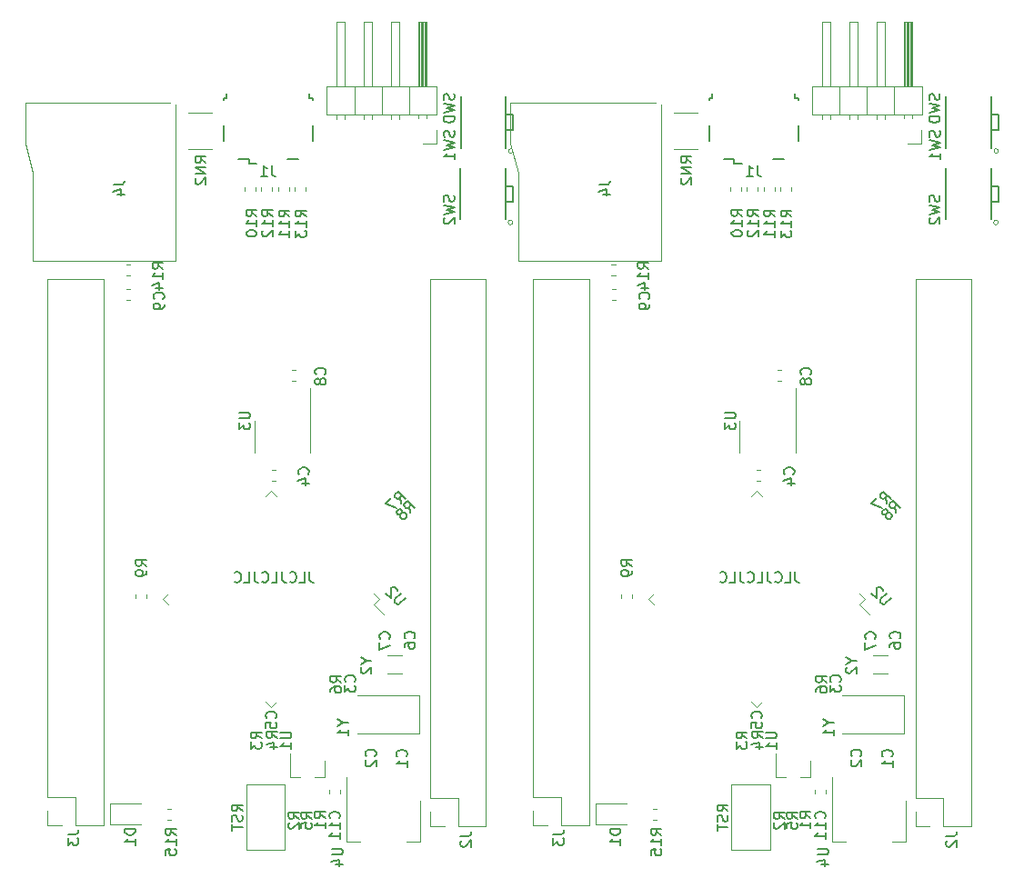
<source format=gbr>
G04 #@! TF.GenerationSoftware,KiCad,Pcbnew,(5.1.4)-1*
G04 #@! TF.CreationDate,2019-12-06T09:56:12+08:00*
G04 #@! TF.ProjectId,STM32F407VTE6-SOCKET_1x2,53544d33-3246-4343-9037-565445362d53,rev?*
G04 #@! TF.SameCoordinates,Original*
G04 #@! TF.FileFunction,Legend,Bot*
G04 #@! TF.FilePolarity,Positive*
%FSLAX46Y46*%
G04 Gerber Fmt 4.6, Leading zero omitted, Abs format (unit mm)*
G04 Created by KiCad (PCBNEW (5.1.4)-1) date 2019-12-06 09:56:12*
%MOMM*%
%LPD*%
G04 APERTURE LIST*
%ADD10C,0.150000*%
%ADD11C,0.120000*%
%ADD12C,0.200000*%
G04 APERTURE END LIST*
D10*
X171723333Y-141692380D02*
X171723333Y-142406666D01*
X171770952Y-142549523D01*
X171866190Y-142644761D01*
X172009047Y-142692380D01*
X172104285Y-142692380D01*
X170770952Y-142692380D02*
X171247142Y-142692380D01*
X171247142Y-141692380D01*
X169866190Y-142597142D02*
X169913809Y-142644761D01*
X170056666Y-142692380D01*
X170151904Y-142692380D01*
X170294761Y-142644761D01*
X170390000Y-142549523D01*
X170437619Y-142454285D01*
X170485238Y-142263809D01*
X170485238Y-142120952D01*
X170437619Y-141930476D01*
X170390000Y-141835238D01*
X170294761Y-141740000D01*
X170151904Y-141692380D01*
X170056666Y-141692380D01*
X169913809Y-141740000D01*
X169866190Y-141787619D01*
X169151904Y-141692380D02*
X169151904Y-142406666D01*
X169199523Y-142549523D01*
X169294761Y-142644761D01*
X169437619Y-142692380D01*
X169532857Y-142692380D01*
X168199523Y-142692380D02*
X168675714Y-142692380D01*
X168675714Y-141692380D01*
X167294761Y-142597142D02*
X167342380Y-142644761D01*
X167485238Y-142692380D01*
X167580476Y-142692380D01*
X167723333Y-142644761D01*
X167818571Y-142549523D01*
X167866190Y-142454285D01*
X167913809Y-142263809D01*
X167913809Y-142120952D01*
X167866190Y-141930476D01*
X167818571Y-141835238D01*
X167723333Y-141740000D01*
X167580476Y-141692380D01*
X167485238Y-141692380D01*
X167342380Y-141740000D01*
X167294761Y-141787619D01*
X166580476Y-141692380D02*
X166580476Y-142406666D01*
X166628095Y-142549523D01*
X166723333Y-142644761D01*
X166866190Y-142692380D01*
X166961428Y-142692380D01*
X165628095Y-142692380D02*
X166104285Y-142692380D01*
X166104285Y-141692380D01*
X164723333Y-142597142D02*
X164770952Y-142644761D01*
X164913809Y-142692380D01*
X165009047Y-142692380D01*
X165151904Y-142644761D01*
X165247142Y-142549523D01*
X165294761Y-142454285D01*
X165342380Y-142263809D01*
X165342380Y-142120952D01*
X165294761Y-141930476D01*
X165247142Y-141835238D01*
X165151904Y-141740000D01*
X165009047Y-141692380D01*
X164913809Y-141692380D01*
X164770952Y-141740000D01*
X164723333Y-141787619D01*
X126523333Y-141692380D02*
X126523333Y-142406666D01*
X126570952Y-142549523D01*
X126666190Y-142644761D01*
X126809047Y-142692380D01*
X126904285Y-142692380D01*
X125570952Y-142692380D02*
X126047142Y-142692380D01*
X126047142Y-141692380D01*
X124666190Y-142597142D02*
X124713809Y-142644761D01*
X124856666Y-142692380D01*
X124951904Y-142692380D01*
X125094761Y-142644761D01*
X125190000Y-142549523D01*
X125237619Y-142454285D01*
X125285238Y-142263809D01*
X125285238Y-142120952D01*
X125237619Y-141930476D01*
X125190000Y-141835238D01*
X125094761Y-141740000D01*
X124951904Y-141692380D01*
X124856666Y-141692380D01*
X124713809Y-141740000D01*
X124666190Y-141787619D01*
X123951904Y-141692380D02*
X123951904Y-142406666D01*
X123999523Y-142549523D01*
X124094761Y-142644761D01*
X124237619Y-142692380D01*
X124332857Y-142692380D01*
X122999523Y-142692380D02*
X123475714Y-142692380D01*
X123475714Y-141692380D01*
X122094761Y-142597142D02*
X122142380Y-142644761D01*
X122285238Y-142692380D01*
X122380476Y-142692380D01*
X122523333Y-142644761D01*
X122618571Y-142549523D01*
X122666190Y-142454285D01*
X122713809Y-142263809D01*
X122713809Y-142120952D01*
X122666190Y-141930476D01*
X122618571Y-141835238D01*
X122523333Y-141740000D01*
X122380476Y-141692380D01*
X122285238Y-141692380D01*
X122142380Y-141740000D01*
X122094761Y-141787619D01*
X121380476Y-141692380D02*
X121380476Y-142406666D01*
X121428095Y-142549523D01*
X121523333Y-142644761D01*
X121666190Y-142692380D01*
X121761428Y-142692380D01*
X120428095Y-142692380D02*
X120904285Y-142692380D01*
X120904285Y-141692380D01*
X119523333Y-142597142D02*
X119570952Y-142644761D01*
X119713809Y-142692380D01*
X119809047Y-142692380D01*
X119951904Y-142644761D01*
X120047142Y-142549523D01*
X120094761Y-142454285D01*
X120142380Y-142263809D01*
X120142380Y-142120952D01*
X120094761Y-141930476D01*
X120047142Y-141835238D01*
X119951904Y-141740000D01*
X119809047Y-141692380D01*
X119713809Y-141692380D01*
X119570952Y-141740000D01*
X119523333Y-141787619D01*
D11*
X154633733Y-114080000D02*
X154976267Y-114080000D01*
X154633733Y-113060000D02*
X154976267Y-113060000D01*
X158463733Y-164790000D02*
X158806267Y-164790000D01*
X158463733Y-163770000D02*
X158806267Y-163770000D01*
X183560000Y-99110000D02*
X173280000Y-99110000D01*
X173280000Y-99110000D02*
X173280000Y-96450000D01*
X173280000Y-96450000D02*
X183560000Y-96450000D01*
X183560000Y-96450000D02*
X183560000Y-99110000D01*
X182610000Y-96450000D02*
X182610000Y-90450000D01*
X182610000Y-90450000D02*
X181850000Y-90450000D01*
X181850000Y-90450000D02*
X181850000Y-96450000D01*
X182550000Y-96450000D02*
X182550000Y-90450000D01*
X182430000Y-96450000D02*
X182430000Y-90450000D01*
X182310000Y-96450000D02*
X182310000Y-90450000D01*
X182190000Y-96450000D02*
X182190000Y-90450000D01*
X182070000Y-96450000D02*
X182070000Y-90450000D01*
X181950000Y-96450000D02*
X181950000Y-90450000D01*
X182610000Y-99440000D02*
X182610000Y-99110000D01*
X181850000Y-99440000D02*
X181850000Y-99110000D01*
X180960000Y-99110000D02*
X180960000Y-96450000D01*
X180070000Y-96450000D02*
X180070000Y-90450000D01*
X180070000Y-90450000D02*
X179310000Y-90450000D01*
X179310000Y-90450000D02*
X179310000Y-96450000D01*
X180070000Y-99507071D02*
X180070000Y-99110000D01*
X179310000Y-99507071D02*
X179310000Y-99110000D01*
X178420000Y-99110000D02*
X178420000Y-96450000D01*
X177530000Y-96450000D02*
X177530000Y-90450000D01*
X177530000Y-90450000D02*
X176770000Y-90450000D01*
X176770000Y-90450000D02*
X176770000Y-96450000D01*
X177530000Y-99507071D02*
X177530000Y-99110000D01*
X176770000Y-99507071D02*
X176770000Y-99110000D01*
X175880000Y-99110000D02*
X175880000Y-96450000D01*
X174990000Y-96450000D02*
X174990000Y-90450000D01*
X174990000Y-90450000D02*
X174230000Y-90450000D01*
X174230000Y-90450000D02*
X174230000Y-96450000D01*
X174990000Y-99507071D02*
X174990000Y-99110000D01*
X174230000Y-99507071D02*
X174230000Y-99110000D01*
X182230000Y-101820000D02*
X183500000Y-101820000D01*
X183500000Y-101820000D02*
X183500000Y-100550000D01*
D10*
X169660000Y-103270000D02*
X170660000Y-103270000D01*
X166060000Y-103270000D02*
X165060000Y-103270000D01*
X166060000Y-103695000D02*
X166060000Y-103270000D01*
X166785000Y-103695000D02*
X166060000Y-103695000D01*
X172010000Y-100120000D02*
X172010000Y-101520000D01*
X172010000Y-97570000D02*
X172010000Y-97720000D01*
X171710000Y-97570000D02*
X172010000Y-97570000D01*
X171710000Y-97120000D02*
X171710000Y-97570000D01*
X164010000Y-97570000D02*
X164010000Y-97120000D01*
X163710000Y-97570000D02*
X164010000Y-97570000D01*
X163710000Y-97720000D02*
X163710000Y-97570000D01*
X163710000Y-101520000D02*
X163710000Y-100120000D01*
D11*
X165810000Y-161470000D02*
X165810000Y-167590000D01*
X165810000Y-167590000D02*
X169430000Y-167590000D01*
X169430000Y-167590000D02*
X169430000Y-161470000D01*
X169430000Y-161470000D02*
X165810000Y-161470000D01*
X145230000Y-101800000D02*
X145930000Y-104550000D01*
X145930000Y-112700000D02*
X145930000Y-104550000D01*
X145230000Y-101800000D02*
X145230000Y-98000000D01*
X158730000Y-98000000D02*
X145230000Y-98000000D01*
X159230000Y-112700000D02*
X159230000Y-98160000D01*
X149230000Y-112700000D02*
X159230000Y-112700000D01*
X149230000Y-112700000D02*
X145930000Y-112700000D01*
X147340000Y-165310000D02*
X148670000Y-165310000D01*
X147340000Y-163980000D02*
X147340000Y-165310000D01*
X149940000Y-165310000D02*
X152540000Y-165310000D01*
X149940000Y-162710000D02*
X149940000Y-165310000D01*
X147340000Y-162710000D02*
X149940000Y-162710000D01*
X152540000Y-165310000D02*
X152540000Y-114390000D01*
X147340000Y-162710000D02*
X147340000Y-114390000D01*
X147340000Y-114390000D02*
X152540000Y-114390000D01*
X182930000Y-114450000D02*
X188130000Y-114450000D01*
X182930000Y-162770000D02*
X182930000Y-114450000D01*
X188130000Y-165370000D02*
X188130000Y-114450000D01*
X182930000Y-162770000D02*
X185530000Y-162770000D01*
X185530000Y-162770000D02*
X185530000Y-165370000D01*
X185530000Y-165370000D02*
X188130000Y-165370000D01*
X182930000Y-164040000D02*
X182930000Y-165370000D01*
X182930000Y-165370000D02*
X184260000Y-165370000D01*
X170446267Y-123890000D02*
X170103733Y-123890000D01*
X170446267Y-122870000D02*
X170103733Y-122870000D01*
X170330000Y-105863733D02*
X170330000Y-106206267D01*
X171350000Y-105863733D02*
X171350000Y-106206267D01*
X167230000Y-105843733D02*
X167230000Y-106186267D01*
X168250000Y-105843733D02*
X168250000Y-106186267D01*
X153185000Y-163290000D02*
X156045000Y-163290000D01*
X153185000Y-165210000D02*
X153185000Y-163290000D01*
X156045000Y-165210000D02*
X153185000Y-165210000D01*
X174600000Y-162301267D02*
X174600000Y-161958733D01*
X173580000Y-162301267D02*
X173580000Y-161958733D01*
X154638733Y-116350000D02*
X154981267Y-116350000D01*
X154638733Y-115330000D02*
X154981267Y-115330000D01*
X168516267Y-132200000D02*
X168173733Y-132200000D01*
X168516267Y-133220000D02*
X168173733Y-133220000D01*
X169820000Y-105853733D02*
X169820000Y-106196267D01*
X168800000Y-105853733D02*
X168800000Y-106196267D01*
X166710000Y-105843733D02*
X166710000Y-106186267D01*
X165690000Y-105843733D02*
X165690000Y-106186267D01*
X156570000Y-143783733D02*
X156570000Y-144126267D01*
X155550000Y-143783733D02*
X155550000Y-144126267D01*
X178995000Y-151195000D02*
X180345000Y-151195000D01*
X178995000Y-149445000D02*
X180345000Y-149445000D01*
X175190000Y-160790000D02*
X175190000Y-166800000D01*
X182010000Y-163040000D02*
X182010000Y-166800000D01*
X175190000Y-166800000D02*
X176450000Y-166800000D01*
X182010000Y-166800000D02*
X180750000Y-166800000D01*
X177690084Y-144724975D02*
X178655284Y-145690176D01*
X178185058Y-144230000D02*
X177690084Y-144724975D01*
X177690084Y-143735025D02*
X178185058Y-144230000D01*
X168130000Y-134174942D02*
X167635025Y-134669916D01*
X168624975Y-134669916D02*
X168130000Y-134174942D01*
X168130000Y-154285058D02*
X168624975Y-153790084D01*
X167635025Y-153790084D02*
X168130000Y-154285058D01*
X158074942Y-144230000D02*
X158569916Y-143735025D01*
X158569916Y-144724975D02*
X158074942Y-144230000D01*
X190632132Y-109150000D02*
G75*
G03X190632132Y-109150000I-212132J0D01*
G01*
D12*
X190670000Y-105750000D02*
X190020000Y-105750000D01*
X190670000Y-105900000D02*
X190670000Y-105750000D01*
X190670000Y-107200000D02*
X190670000Y-105900000D01*
X190020000Y-107200000D02*
X190670000Y-107200000D01*
X189970000Y-108850000D02*
X189970000Y-104050000D01*
X185770000Y-108850000D02*
X185770000Y-104050000D01*
D11*
X173100000Y-160780000D02*
X173100000Y-159320000D01*
X169940000Y-160780000D02*
X169940000Y-158620000D01*
X169940000Y-160780000D02*
X170870000Y-160780000D01*
X173100000Y-160780000D02*
X172170000Y-160780000D01*
D12*
X185790000Y-102190000D02*
X185790000Y-97390000D01*
X189990000Y-102190000D02*
X189990000Y-97390000D01*
X190040000Y-100540000D02*
X190690000Y-100540000D01*
X190690000Y-100540000D02*
X190690000Y-99240000D01*
X190690000Y-99240000D02*
X190690000Y-99090000D01*
X190690000Y-99090000D02*
X190040000Y-99090000D01*
D11*
X190652132Y-102490000D02*
G75*
G03X190652132Y-102490000I-212132J0D01*
G01*
X162630000Y-98930000D02*
X160430000Y-98930000D01*
X162630000Y-102330000D02*
X160430000Y-102330000D01*
X171790000Y-124600000D02*
X171790000Y-130600000D01*
X166570000Y-127600000D02*
X166570000Y-130600000D01*
X181890000Y-156790000D02*
X176140000Y-156790000D01*
X181890000Y-153190000D02*
X181890000Y-156790000D01*
X176140000Y-153190000D02*
X181890000Y-153190000D01*
X138300000Y-101820000D02*
X138300000Y-100550000D01*
X137030000Y-101820000D02*
X138300000Y-101820000D01*
X129030000Y-99507071D02*
X129030000Y-99110000D01*
X129790000Y-99507071D02*
X129790000Y-99110000D01*
X129030000Y-90450000D02*
X129030000Y-96450000D01*
X129790000Y-90450000D02*
X129030000Y-90450000D01*
X129790000Y-96450000D02*
X129790000Y-90450000D01*
X130680000Y-99110000D02*
X130680000Y-96450000D01*
X131570000Y-99507071D02*
X131570000Y-99110000D01*
X132330000Y-99507071D02*
X132330000Y-99110000D01*
X131570000Y-90450000D02*
X131570000Y-96450000D01*
X132330000Y-90450000D02*
X131570000Y-90450000D01*
X132330000Y-96450000D02*
X132330000Y-90450000D01*
X133220000Y-99110000D02*
X133220000Y-96450000D01*
X134110000Y-99507071D02*
X134110000Y-99110000D01*
X134870000Y-99507071D02*
X134870000Y-99110000D01*
X134110000Y-90450000D02*
X134110000Y-96450000D01*
X134870000Y-90450000D02*
X134110000Y-90450000D01*
X134870000Y-96450000D02*
X134870000Y-90450000D01*
X135760000Y-99110000D02*
X135760000Y-96450000D01*
X136650000Y-99440000D02*
X136650000Y-99110000D01*
X137410000Y-99440000D02*
X137410000Y-99110000D01*
X136750000Y-96450000D02*
X136750000Y-90450000D01*
X136870000Y-96450000D02*
X136870000Y-90450000D01*
X136990000Y-96450000D02*
X136990000Y-90450000D01*
X137110000Y-96450000D02*
X137110000Y-90450000D01*
X137230000Y-96450000D02*
X137230000Y-90450000D01*
X137350000Y-96450000D02*
X137350000Y-90450000D01*
X136650000Y-90450000D02*
X136650000Y-96450000D01*
X137410000Y-90450000D02*
X136650000Y-90450000D01*
X137410000Y-96450000D02*
X137410000Y-90450000D01*
X138360000Y-96450000D02*
X138360000Y-99110000D01*
X128080000Y-96450000D02*
X138360000Y-96450000D01*
X128080000Y-99110000D02*
X128080000Y-96450000D01*
X138360000Y-99110000D02*
X128080000Y-99110000D01*
X124230000Y-161470000D02*
X120610000Y-161470000D01*
X124230000Y-167590000D02*
X124230000Y-161470000D01*
X120610000Y-167590000D02*
X124230000Y-167590000D01*
X120610000Y-161470000D02*
X120610000Y-167590000D01*
D10*
X118510000Y-101520000D02*
X118510000Y-100120000D01*
X118510000Y-97720000D02*
X118510000Y-97570000D01*
X118510000Y-97570000D02*
X118810000Y-97570000D01*
X118810000Y-97570000D02*
X118810000Y-97120000D01*
X126510000Y-97120000D02*
X126510000Y-97570000D01*
X126510000Y-97570000D02*
X126810000Y-97570000D01*
X126810000Y-97570000D02*
X126810000Y-97720000D01*
X126810000Y-100120000D02*
X126810000Y-101520000D01*
X121585000Y-103695000D02*
X120860000Y-103695000D01*
X120860000Y-103695000D02*
X120860000Y-103270000D01*
X120860000Y-103270000D02*
X119860000Y-103270000D01*
X124460000Y-103270000D02*
X125460000Y-103270000D01*
D11*
X113263733Y-163770000D02*
X113606267Y-163770000D01*
X113263733Y-164790000D02*
X113606267Y-164790000D01*
X109433733Y-113060000D02*
X109776267Y-113060000D01*
X109433733Y-114080000D02*
X109776267Y-114080000D01*
X123316267Y-133220000D02*
X122973733Y-133220000D01*
X123316267Y-132200000D02*
X122973733Y-132200000D01*
X125246267Y-122870000D02*
X124903733Y-122870000D01*
X125246267Y-123890000D02*
X124903733Y-123890000D01*
X109438733Y-115330000D02*
X109781267Y-115330000D01*
X109438733Y-116350000D02*
X109781267Y-116350000D01*
X128380000Y-162301267D02*
X128380000Y-161958733D01*
X129400000Y-162301267D02*
X129400000Y-161958733D01*
X110845000Y-165210000D02*
X107985000Y-165210000D01*
X107985000Y-165210000D02*
X107985000Y-163290000D01*
X107985000Y-163290000D02*
X110845000Y-163290000D01*
X137730000Y-165370000D02*
X139060000Y-165370000D01*
X137730000Y-164040000D02*
X137730000Y-165370000D01*
X140330000Y-165370000D02*
X142930000Y-165370000D01*
X140330000Y-162770000D02*
X140330000Y-165370000D01*
X137730000Y-162770000D02*
X140330000Y-162770000D01*
X142930000Y-165370000D02*
X142930000Y-114450000D01*
X137730000Y-162770000D02*
X137730000Y-114450000D01*
X137730000Y-114450000D02*
X142930000Y-114450000D01*
X102140000Y-114390000D02*
X107340000Y-114390000D01*
X102140000Y-162710000D02*
X102140000Y-114390000D01*
X107340000Y-165310000D02*
X107340000Y-114390000D01*
X102140000Y-162710000D02*
X104740000Y-162710000D01*
X104740000Y-162710000D02*
X104740000Y-165310000D01*
X104740000Y-165310000D02*
X107340000Y-165310000D01*
X102140000Y-163980000D02*
X102140000Y-165310000D01*
X102140000Y-165310000D02*
X103470000Y-165310000D01*
X104030000Y-112700000D02*
X100730000Y-112700000D01*
X104030000Y-112700000D02*
X114030000Y-112700000D01*
X114030000Y-112700000D02*
X114030000Y-98160000D01*
X113530000Y-98000000D02*
X100030000Y-98000000D01*
X100030000Y-101800000D02*
X100030000Y-98000000D01*
X100730000Y-112700000D02*
X100730000Y-104550000D01*
X100030000Y-101800000D02*
X100730000Y-104550000D01*
X110350000Y-143783733D02*
X110350000Y-144126267D01*
X111370000Y-143783733D02*
X111370000Y-144126267D01*
X120490000Y-105843733D02*
X120490000Y-106186267D01*
X121510000Y-105843733D02*
X121510000Y-106186267D01*
X123600000Y-105853733D02*
X123600000Y-106196267D01*
X124620000Y-105853733D02*
X124620000Y-106196267D01*
X123050000Y-105843733D02*
X123050000Y-106186267D01*
X122030000Y-105843733D02*
X122030000Y-106186267D01*
X126150000Y-105863733D02*
X126150000Y-106206267D01*
X125130000Y-105863733D02*
X125130000Y-106206267D01*
X117430000Y-102330000D02*
X115230000Y-102330000D01*
X117430000Y-98930000D02*
X115230000Y-98930000D01*
X127900000Y-160780000D02*
X126970000Y-160780000D01*
X124740000Y-160780000D02*
X125670000Y-160780000D01*
X124740000Y-160780000D02*
X124740000Y-158620000D01*
X127900000Y-160780000D02*
X127900000Y-159320000D01*
X113369916Y-144724975D02*
X112874942Y-144230000D01*
X112874942Y-144230000D02*
X113369916Y-143735025D01*
X122435025Y-153790084D02*
X122930000Y-154285058D01*
X122930000Y-154285058D02*
X123424975Y-153790084D01*
X123424975Y-134669916D02*
X122930000Y-134174942D01*
X122930000Y-134174942D02*
X122435025Y-134669916D01*
X132490084Y-143735025D02*
X132985058Y-144230000D01*
X132985058Y-144230000D02*
X132490084Y-144724975D01*
X132490084Y-144724975D02*
X133455284Y-145690176D01*
X121370000Y-127600000D02*
X121370000Y-130600000D01*
X126590000Y-124600000D02*
X126590000Y-130600000D01*
X136810000Y-166800000D02*
X135550000Y-166800000D01*
X129990000Y-166800000D02*
X131250000Y-166800000D01*
X136810000Y-163040000D02*
X136810000Y-166800000D01*
X129990000Y-160790000D02*
X129990000Y-166800000D01*
X130940000Y-153190000D02*
X136690000Y-153190000D01*
X136690000Y-153190000D02*
X136690000Y-156790000D01*
X136690000Y-156790000D02*
X130940000Y-156790000D01*
X133795000Y-149445000D02*
X135145000Y-149445000D01*
X133795000Y-151195000D02*
X135145000Y-151195000D01*
X145452132Y-102490000D02*
G75*
G03X145452132Y-102490000I-212132J0D01*
G01*
D12*
X145490000Y-99090000D02*
X144840000Y-99090000D01*
X145490000Y-99240000D02*
X145490000Y-99090000D01*
X145490000Y-100540000D02*
X145490000Y-99240000D01*
X144840000Y-100540000D02*
X145490000Y-100540000D01*
X144790000Y-102190000D02*
X144790000Y-97390000D01*
X140590000Y-102190000D02*
X140590000Y-97390000D01*
X140570000Y-108850000D02*
X140570000Y-104050000D01*
X144770000Y-108850000D02*
X144770000Y-104050000D01*
X144820000Y-107200000D02*
X145470000Y-107200000D01*
X145470000Y-107200000D02*
X145470000Y-105900000D01*
X145470000Y-105900000D02*
X145470000Y-105750000D01*
X145470000Y-105750000D02*
X144820000Y-105750000D01*
D11*
X145432132Y-109150000D02*
G75*
G03X145432132Y-109150000I-212132J0D01*
G01*
D10*
X170742380Y-164683333D02*
X170266190Y-164350000D01*
X170742380Y-164111904D02*
X169742380Y-164111904D01*
X169742380Y-164492857D01*
X169790000Y-164588095D01*
X169837619Y-164635714D01*
X169932857Y-164683333D01*
X170075714Y-164683333D01*
X170170952Y-164635714D01*
X170218571Y-164588095D01*
X170266190Y-164492857D01*
X170266190Y-164111904D01*
X169837619Y-165064285D02*
X169790000Y-165111904D01*
X169742380Y-165207142D01*
X169742380Y-165445238D01*
X169790000Y-165540476D01*
X169837619Y-165588095D01*
X169932857Y-165635714D01*
X170028095Y-165635714D01*
X170170952Y-165588095D01*
X170742380Y-165016666D01*
X170742380Y-165635714D01*
X158082380Y-113457142D02*
X157606190Y-113123809D01*
X158082380Y-112885714D02*
X157082380Y-112885714D01*
X157082380Y-113266666D01*
X157130000Y-113361904D01*
X157177619Y-113409523D01*
X157272857Y-113457142D01*
X157415714Y-113457142D01*
X157510952Y-113409523D01*
X157558571Y-113361904D01*
X157606190Y-113266666D01*
X157606190Y-112885714D01*
X158082380Y-114409523D02*
X158082380Y-113838095D01*
X158082380Y-114123809D02*
X157082380Y-114123809D01*
X157225238Y-114028571D01*
X157320476Y-113933333D01*
X157368095Y-113838095D01*
X157415714Y-115266666D02*
X158082380Y-115266666D01*
X157034761Y-115028571D02*
X157749047Y-114790476D01*
X157749047Y-115409523D01*
X159292380Y-166197142D02*
X158816190Y-165863809D01*
X159292380Y-165625714D02*
X158292380Y-165625714D01*
X158292380Y-166006666D01*
X158340000Y-166101904D01*
X158387619Y-166149523D01*
X158482857Y-166197142D01*
X158625714Y-166197142D01*
X158720952Y-166149523D01*
X158768571Y-166101904D01*
X158816190Y-166006666D01*
X158816190Y-165625714D01*
X159292380Y-167149523D02*
X159292380Y-166578095D01*
X159292380Y-166863809D02*
X158292380Y-166863809D01*
X158435238Y-166768571D01*
X158530476Y-166673333D01*
X158578095Y-166578095D01*
X158292380Y-168054285D02*
X158292380Y-167578095D01*
X158768571Y-167530476D01*
X158720952Y-167578095D01*
X158673333Y-167673333D01*
X158673333Y-167911428D01*
X158720952Y-168006666D01*
X158768571Y-168054285D01*
X158863809Y-168101904D01*
X159101904Y-168101904D01*
X159197142Y-168054285D01*
X159244761Y-168006666D01*
X159292380Y-167911428D01*
X159292380Y-167673333D01*
X159244761Y-167578095D01*
X159197142Y-167530476D01*
X167252380Y-157213333D02*
X166776190Y-156880000D01*
X167252380Y-156641904D02*
X166252380Y-156641904D01*
X166252380Y-157022857D01*
X166300000Y-157118095D01*
X166347619Y-157165714D01*
X166442857Y-157213333D01*
X166585714Y-157213333D01*
X166680952Y-157165714D01*
X166728571Y-157118095D01*
X166776190Y-157022857D01*
X166776190Y-156641904D01*
X166252380Y-157546666D02*
X166252380Y-158165714D01*
X166633333Y-157832380D01*
X166633333Y-157975238D01*
X166680952Y-158070476D01*
X166728571Y-158118095D01*
X166823809Y-158165714D01*
X167061904Y-158165714D01*
X167157142Y-158118095D01*
X167204761Y-158070476D01*
X167252380Y-157975238D01*
X167252380Y-157689523D01*
X167204761Y-157594285D01*
X167157142Y-157546666D01*
X168722380Y-157173333D02*
X168246190Y-156840000D01*
X168722380Y-156601904D02*
X167722380Y-156601904D01*
X167722380Y-156982857D01*
X167770000Y-157078095D01*
X167817619Y-157125714D01*
X167912857Y-157173333D01*
X168055714Y-157173333D01*
X168150952Y-157125714D01*
X168198571Y-157078095D01*
X168246190Y-156982857D01*
X168246190Y-156601904D01*
X168055714Y-158030476D02*
X168722380Y-158030476D01*
X167674761Y-157792380D02*
X168389047Y-157554285D01*
X168389047Y-158173333D01*
X171942380Y-164683333D02*
X171466190Y-164350000D01*
X171942380Y-164111904D02*
X170942380Y-164111904D01*
X170942380Y-164492857D01*
X170990000Y-164588095D01*
X171037619Y-164635714D01*
X171132857Y-164683333D01*
X171275714Y-164683333D01*
X171370952Y-164635714D01*
X171418571Y-164588095D01*
X171466190Y-164492857D01*
X171466190Y-164111904D01*
X170942380Y-165588095D02*
X170942380Y-165111904D01*
X171418571Y-165064285D01*
X171370952Y-165111904D01*
X171323333Y-165207142D01*
X171323333Y-165445238D01*
X171370952Y-165540476D01*
X171418571Y-165588095D01*
X171513809Y-165635714D01*
X171751904Y-165635714D01*
X171847142Y-165588095D01*
X171894761Y-165540476D01*
X171942380Y-165445238D01*
X171942380Y-165207142D01*
X171894761Y-165111904D01*
X171847142Y-165064285D01*
X173172380Y-164643333D02*
X172696190Y-164310000D01*
X173172380Y-164071904D02*
X172172380Y-164071904D01*
X172172380Y-164452857D01*
X172220000Y-164548095D01*
X172267619Y-164595714D01*
X172362857Y-164643333D01*
X172505714Y-164643333D01*
X172600952Y-164595714D01*
X172648571Y-164548095D01*
X172696190Y-164452857D01*
X172696190Y-164071904D01*
X173172380Y-165595714D02*
X173172380Y-165024285D01*
X173172380Y-165310000D02*
X172172380Y-165310000D01*
X172315238Y-165214761D01*
X172410476Y-165119523D01*
X172458095Y-165024285D01*
X185144761Y-97142857D02*
X185192380Y-97285714D01*
X185192380Y-97523809D01*
X185144761Y-97619047D01*
X185097142Y-97666666D01*
X185001904Y-97714285D01*
X184906666Y-97714285D01*
X184811428Y-97666666D01*
X184763809Y-97619047D01*
X184716190Y-97523809D01*
X184668571Y-97333333D01*
X184620952Y-97238095D01*
X184573333Y-97190476D01*
X184478095Y-97142857D01*
X184382857Y-97142857D01*
X184287619Y-97190476D01*
X184240000Y-97238095D01*
X184192380Y-97333333D01*
X184192380Y-97571428D01*
X184240000Y-97714285D01*
X184192380Y-98047619D02*
X185192380Y-98285714D01*
X184478095Y-98476190D01*
X185192380Y-98666666D01*
X184192380Y-98904761D01*
X185192380Y-99285714D02*
X184192380Y-99285714D01*
X184192380Y-99523809D01*
X184240000Y-99666666D01*
X184335238Y-99761904D01*
X184430476Y-99809523D01*
X184620952Y-99857142D01*
X184763809Y-99857142D01*
X184954285Y-99809523D01*
X185049523Y-99761904D01*
X185144761Y-99666666D01*
X185192380Y-99523809D01*
X185192380Y-99285714D01*
X168193333Y-103822380D02*
X168193333Y-104536666D01*
X168240952Y-104679523D01*
X168336190Y-104774761D01*
X168479047Y-104822380D01*
X168574285Y-104822380D01*
X167193333Y-104822380D02*
X167764761Y-104822380D01*
X167479047Y-104822380D02*
X167479047Y-103822380D01*
X167574285Y-103965238D01*
X167669523Y-104060476D01*
X167764761Y-104108095D01*
X165472380Y-163982380D02*
X164996190Y-163649047D01*
X165472380Y-163410952D02*
X164472380Y-163410952D01*
X164472380Y-163791904D01*
X164520000Y-163887142D01*
X164567619Y-163934761D01*
X164662857Y-163982380D01*
X164805714Y-163982380D01*
X164900952Y-163934761D01*
X164948571Y-163887142D01*
X164996190Y-163791904D01*
X164996190Y-163410952D01*
X165424761Y-164363333D02*
X165472380Y-164506190D01*
X165472380Y-164744285D01*
X165424761Y-164839523D01*
X165377142Y-164887142D01*
X165281904Y-164934761D01*
X165186666Y-164934761D01*
X165091428Y-164887142D01*
X165043809Y-164839523D01*
X164996190Y-164744285D01*
X164948571Y-164553809D01*
X164900952Y-164458571D01*
X164853333Y-164410952D01*
X164758095Y-164363333D01*
X164662857Y-164363333D01*
X164567619Y-164410952D01*
X164520000Y-164458571D01*
X164472380Y-164553809D01*
X164472380Y-164791904D01*
X164520000Y-164934761D01*
X164472380Y-165220476D02*
X164472380Y-165791904D01*
X165472380Y-165506190D02*
X164472380Y-165506190D01*
X181107732Y-136192030D02*
X181006717Y-135619610D01*
X181511793Y-135787969D02*
X180804687Y-135080862D01*
X180535312Y-135350236D01*
X180501641Y-135451251D01*
X180501641Y-135518595D01*
X180535312Y-135619610D01*
X180636328Y-135720625D01*
X180737343Y-135754297D01*
X180804687Y-135754297D01*
X180905702Y-135720625D01*
X181175076Y-135451251D01*
X180299610Y-136192030D02*
X180333282Y-136091015D01*
X180333282Y-136023671D01*
X180299610Y-135922656D01*
X180265938Y-135888984D01*
X180164923Y-135855312D01*
X180097580Y-135855312D01*
X179996564Y-135888984D01*
X179861877Y-136023671D01*
X179828206Y-136124687D01*
X179828206Y-136192030D01*
X179861877Y-136293045D01*
X179895549Y-136326717D01*
X179996564Y-136360389D01*
X180063908Y-136360389D01*
X180164923Y-136326717D01*
X180299610Y-136192030D01*
X180400625Y-136158358D01*
X180467969Y-136158358D01*
X180568984Y-136192030D01*
X180703671Y-136326717D01*
X180737343Y-136427732D01*
X180737343Y-136495076D01*
X180703671Y-136596091D01*
X180568984Y-136730778D01*
X180467969Y-136764450D01*
X180400625Y-136764450D01*
X180299610Y-136730778D01*
X180164923Y-136596091D01*
X180131251Y-136495076D01*
X180131251Y-136427732D01*
X180164923Y-136326717D01*
X168557142Y-155313333D02*
X168604761Y-155265714D01*
X168652380Y-155122857D01*
X168652380Y-155027619D01*
X168604761Y-154884761D01*
X168509523Y-154789523D01*
X168414285Y-154741904D01*
X168223809Y-154694285D01*
X168080952Y-154694285D01*
X167890476Y-154741904D01*
X167795238Y-154789523D01*
X167700000Y-154884761D01*
X167652380Y-155027619D01*
X167652380Y-155122857D01*
X167700000Y-155265714D01*
X167747619Y-155313333D01*
X167652380Y-156218095D02*
X167652380Y-155741904D01*
X168128571Y-155694285D01*
X168080952Y-155741904D01*
X168033333Y-155837142D01*
X168033333Y-156075238D01*
X168080952Y-156170476D01*
X168128571Y-156218095D01*
X168223809Y-156265714D01*
X168461904Y-156265714D01*
X168557142Y-156218095D01*
X168604761Y-156170476D01*
X168652380Y-156075238D01*
X168652380Y-155837142D01*
X168604761Y-155741904D01*
X168557142Y-155694285D01*
X180247732Y-135322030D02*
X180146717Y-134749610D01*
X180651793Y-134917969D02*
X179944687Y-134210862D01*
X179675312Y-134480236D01*
X179641641Y-134581251D01*
X179641641Y-134648595D01*
X179675312Y-134749610D01*
X179776328Y-134850625D01*
X179877343Y-134884297D01*
X179944687Y-134884297D01*
X180045702Y-134850625D01*
X180315076Y-134581251D01*
X179304923Y-134850625D02*
X178833519Y-135322030D01*
X179843671Y-135726091D01*
X175887142Y-151933333D02*
X175934761Y-151885714D01*
X175982380Y-151742857D01*
X175982380Y-151647619D01*
X175934761Y-151504761D01*
X175839523Y-151409523D01*
X175744285Y-151361904D01*
X175553809Y-151314285D01*
X175410952Y-151314285D01*
X175220476Y-151361904D01*
X175125238Y-151409523D01*
X175030000Y-151504761D01*
X174982380Y-151647619D01*
X174982380Y-151742857D01*
X175030000Y-151885714D01*
X175077619Y-151933333D01*
X174982380Y-152266666D02*
X174982380Y-152885714D01*
X175363333Y-152552380D01*
X175363333Y-152695238D01*
X175410952Y-152790476D01*
X175458571Y-152838095D01*
X175553809Y-152885714D01*
X175791904Y-152885714D01*
X175887142Y-152838095D01*
X175934761Y-152790476D01*
X175982380Y-152695238D01*
X175982380Y-152409523D01*
X175934761Y-152314285D01*
X175887142Y-152266666D01*
X174672380Y-151993333D02*
X174196190Y-151660000D01*
X174672380Y-151421904D02*
X173672380Y-151421904D01*
X173672380Y-151802857D01*
X173720000Y-151898095D01*
X173767619Y-151945714D01*
X173862857Y-151993333D01*
X174005714Y-151993333D01*
X174100952Y-151945714D01*
X174148571Y-151898095D01*
X174196190Y-151802857D01*
X174196190Y-151421904D01*
X173672380Y-152850476D02*
X173672380Y-152660000D01*
X173720000Y-152564761D01*
X173767619Y-152517142D01*
X173910476Y-152421904D01*
X174100952Y-152374285D01*
X174481904Y-152374285D01*
X174577142Y-152421904D01*
X174624761Y-152469523D01*
X174672380Y-152564761D01*
X174672380Y-152755238D01*
X174624761Y-152850476D01*
X174577142Y-152898095D01*
X174481904Y-152945714D01*
X174243809Y-152945714D01*
X174148571Y-152898095D01*
X174100952Y-152850476D01*
X174053333Y-152755238D01*
X174053333Y-152564761D01*
X174100952Y-152469523D01*
X174148571Y-152421904D01*
X174243809Y-152374285D01*
X153482380Y-105616666D02*
X154196666Y-105616666D01*
X154339523Y-105569047D01*
X154434761Y-105473809D01*
X154482380Y-105330952D01*
X154482380Y-105235714D01*
X153815714Y-106521428D02*
X154482380Y-106521428D01*
X153434761Y-106283333D02*
X154149047Y-106045238D01*
X154149047Y-106664285D01*
X149212380Y-166126666D02*
X149926666Y-166126666D01*
X150069523Y-166079047D01*
X150164761Y-165983809D01*
X150212380Y-165840952D01*
X150212380Y-165745714D01*
X149212380Y-166507619D02*
X149212380Y-167126666D01*
X149593333Y-166793333D01*
X149593333Y-166936190D01*
X149640952Y-167031428D01*
X149688571Y-167079047D01*
X149783809Y-167126666D01*
X150021904Y-167126666D01*
X150117142Y-167079047D01*
X150164761Y-167031428D01*
X150212380Y-166936190D01*
X150212380Y-166650476D01*
X150164761Y-166555238D01*
X150117142Y-166507619D01*
X185782380Y-166306666D02*
X186496666Y-166306666D01*
X186639523Y-166259047D01*
X186734761Y-166163809D01*
X186782380Y-166020952D01*
X186782380Y-165925714D01*
X185877619Y-166735238D02*
X185830000Y-166782857D01*
X185782380Y-166878095D01*
X185782380Y-167116190D01*
X185830000Y-167211428D01*
X185877619Y-167259047D01*
X185972857Y-167306666D01*
X186068095Y-167306666D01*
X186210952Y-167259047D01*
X186782380Y-166687619D01*
X186782380Y-167306666D01*
X173137142Y-123293333D02*
X173184761Y-123245714D01*
X173232380Y-123102857D01*
X173232380Y-123007619D01*
X173184761Y-122864761D01*
X173089523Y-122769523D01*
X172994285Y-122721904D01*
X172803809Y-122674285D01*
X172660952Y-122674285D01*
X172470476Y-122721904D01*
X172375238Y-122769523D01*
X172280000Y-122864761D01*
X172232380Y-123007619D01*
X172232380Y-123102857D01*
X172280000Y-123245714D01*
X172327619Y-123293333D01*
X172660952Y-123864761D02*
X172613333Y-123769523D01*
X172565714Y-123721904D01*
X172470476Y-123674285D01*
X172422857Y-123674285D01*
X172327619Y-123721904D01*
X172280000Y-123769523D01*
X172232380Y-123864761D01*
X172232380Y-124055238D01*
X172280000Y-124150476D01*
X172327619Y-124198095D01*
X172422857Y-124245714D01*
X172470476Y-124245714D01*
X172565714Y-124198095D01*
X172613333Y-124150476D01*
X172660952Y-124055238D01*
X172660952Y-123864761D01*
X172708571Y-123769523D01*
X172756190Y-123721904D01*
X172851428Y-123674285D01*
X173041904Y-123674285D01*
X173137142Y-123721904D01*
X173184761Y-123769523D01*
X173232380Y-123864761D01*
X173232380Y-124055238D01*
X173184761Y-124150476D01*
X173137142Y-124198095D01*
X173041904Y-124245714D01*
X172851428Y-124245714D01*
X172756190Y-124198095D01*
X172708571Y-124150476D01*
X172660952Y-124055238D01*
X177817142Y-158853333D02*
X177864761Y-158805714D01*
X177912380Y-158662857D01*
X177912380Y-158567619D01*
X177864761Y-158424761D01*
X177769523Y-158329523D01*
X177674285Y-158281904D01*
X177483809Y-158234285D01*
X177340952Y-158234285D01*
X177150476Y-158281904D01*
X177055238Y-158329523D01*
X176960000Y-158424761D01*
X176912380Y-158567619D01*
X176912380Y-158662857D01*
X176960000Y-158805714D01*
X177007619Y-158853333D01*
X177007619Y-159234285D02*
X176960000Y-159281904D01*
X176912380Y-159377142D01*
X176912380Y-159615238D01*
X176960000Y-159710476D01*
X177007619Y-159758095D01*
X177102857Y-159805714D01*
X177198095Y-159805714D01*
X177340952Y-159758095D01*
X177912380Y-159186666D01*
X177912380Y-159805714D01*
X180707142Y-158893333D02*
X180754761Y-158845714D01*
X180802380Y-158702857D01*
X180802380Y-158607619D01*
X180754761Y-158464761D01*
X180659523Y-158369523D01*
X180564285Y-158321904D01*
X180373809Y-158274285D01*
X180230952Y-158274285D01*
X180040476Y-158321904D01*
X179945238Y-158369523D01*
X179850000Y-158464761D01*
X179802380Y-158607619D01*
X179802380Y-158702857D01*
X179850000Y-158845714D01*
X179897619Y-158893333D01*
X180802380Y-159845714D02*
X180802380Y-159274285D01*
X180802380Y-159560000D02*
X179802380Y-159560000D01*
X179945238Y-159464761D01*
X180040476Y-159369523D01*
X180088095Y-159274285D01*
X171392380Y-108607142D02*
X170916190Y-108273809D01*
X171392380Y-108035714D02*
X170392380Y-108035714D01*
X170392380Y-108416666D01*
X170440000Y-108511904D01*
X170487619Y-108559523D01*
X170582857Y-108607142D01*
X170725714Y-108607142D01*
X170820952Y-108559523D01*
X170868571Y-108511904D01*
X170916190Y-108416666D01*
X170916190Y-108035714D01*
X171392380Y-109559523D02*
X171392380Y-108988095D01*
X171392380Y-109273809D02*
X170392380Y-109273809D01*
X170535238Y-109178571D01*
X170630476Y-109083333D01*
X170678095Y-108988095D01*
X170392380Y-109892857D02*
X170392380Y-110511904D01*
X170773333Y-110178571D01*
X170773333Y-110321428D01*
X170820952Y-110416666D01*
X170868571Y-110464285D01*
X170963809Y-110511904D01*
X171201904Y-110511904D01*
X171297142Y-110464285D01*
X171344761Y-110416666D01*
X171392380Y-110321428D01*
X171392380Y-110035714D01*
X171344761Y-109940476D01*
X171297142Y-109892857D01*
X168282380Y-108567142D02*
X167806190Y-108233809D01*
X168282380Y-107995714D02*
X167282380Y-107995714D01*
X167282380Y-108376666D01*
X167330000Y-108471904D01*
X167377619Y-108519523D01*
X167472857Y-108567142D01*
X167615714Y-108567142D01*
X167710952Y-108519523D01*
X167758571Y-108471904D01*
X167806190Y-108376666D01*
X167806190Y-107995714D01*
X168282380Y-109519523D02*
X168282380Y-108948095D01*
X168282380Y-109233809D02*
X167282380Y-109233809D01*
X167425238Y-109138571D01*
X167520476Y-109043333D01*
X167568095Y-108948095D01*
X167377619Y-109900476D02*
X167330000Y-109948095D01*
X167282380Y-110043333D01*
X167282380Y-110281428D01*
X167330000Y-110376666D01*
X167377619Y-110424285D01*
X167472857Y-110471904D01*
X167568095Y-110471904D01*
X167710952Y-110424285D01*
X168282380Y-109852857D01*
X168282380Y-110471904D01*
X155482380Y-165621904D02*
X154482380Y-165621904D01*
X154482380Y-165860000D01*
X154530000Y-166002857D01*
X154625238Y-166098095D01*
X154720476Y-166145714D01*
X154910952Y-166193333D01*
X155053809Y-166193333D01*
X155244285Y-166145714D01*
X155339523Y-166098095D01*
X155434761Y-166002857D01*
X155482380Y-165860000D01*
X155482380Y-165621904D01*
X155482380Y-167145714D02*
X155482380Y-166574285D01*
X155482380Y-166860000D02*
X154482380Y-166860000D01*
X154625238Y-166764761D01*
X154720476Y-166669523D01*
X154768095Y-166574285D01*
X174467142Y-164657142D02*
X174514761Y-164609523D01*
X174562380Y-164466666D01*
X174562380Y-164371428D01*
X174514761Y-164228571D01*
X174419523Y-164133333D01*
X174324285Y-164085714D01*
X174133809Y-164038095D01*
X173990952Y-164038095D01*
X173800476Y-164085714D01*
X173705238Y-164133333D01*
X173610000Y-164228571D01*
X173562380Y-164371428D01*
X173562380Y-164466666D01*
X173610000Y-164609523D01*
X173657619Y-164657142D01*
X174562380Y-165609523D02*
X174562380Y-165038095D01*
X174562380Y-165323809D02*
X173562380Y-165323809D01*
X173705238Y-165228571D01*
X173800476Y-165133333D01*
X173848095Y-165038095D01*
X174562380Y-166561904D02*
X174562380Y-165990476D01*
X174562380Y-166276190D02*
X173562380Y-166276190D01*
X173705238Y-166180952D01*
X173800476Y-166085714D01*
X173848095Y-165990476D01*
X158087142Y-116283333D02*
X158134761Y-116235714D01*
X158182380Y-116092857D01*
X158182380Y-115997619D01*
X158134761Y-115854761D01*
X158039523Y-115759523D01*
X157944285Y-115711904D01*
X157753809Y-115664285D01*
X157610952Y-115664285D01*
X157420476Y-115711904D01*
X157325238Y-115759523D01*
X157230000Y-115854761D01*
X157182380Y-115997619D01*
X157182380Y-116092857D01*
X157230000Y-116235714D01*
X157277619Y-116283333D01*
X158182380Y-116759523D02*
X158182380Y-116950000D01*
X158134761Y-117045238D01*
X158087142Y-117092857D01*
X157944285Y-117188095D01*
X157753809Y-117235714D01*
X157372857Y-117235714D01*
X157277619Y-117188095D01*
X157230000Y-117140476D01*
X157182380Y-117045238D01*
X157182380Y-116854761D01*
X157230000Y-116759523D01*
X157277619Y-116711904D01*
X157372857Y-116664285D01*
X157610952Y-116664285D01*
X157706190Y-116711904D01*
X157753809Y-116759523D01*
X157801428Y-116854761D01*
X157801428Y-117045238D01*
X157753809Y-117140476D01*
X157706190Y-117188095D01*
X157610952Y-117235714D01*
X181447142Y-147883333D02*
X181494761Y-147835714D01*
X181542380Y-147692857D01*
X181542380Y-147597619D01*
X181494761Y-147454761D01*
X181399523Y-147359523D01*
X181304285Y-147311904D01*
X181113809Y-147264285D01*
X180970952Y-147264285D01*
X180780476Y-147311904D01*
X180685238Y-147359523D01*
X180590000Y-147454761D01*
X180542380Y-147597619D01*
X180542380Y-147692857D01*
X180590000Y-147835714D01*
X180637619Y-147883333D01*
X180542380Y-148740476D02*
X180542380Y-148550000D01*
X180590000Y-148454761D01*
X180637619Y-148407142D01*
X180780476Y-148311904D01*
X180970952Y-148264285D01*
X181351904Y-148264285D01*
X181447142Y-148311904D01*
X181494761Y-148359523D01*
X181542380Y-148454761D01*
X181542380Y-148645238D01*
X181494761Y-148740476D01*
X181447142Y-148788095D01*
X181351904Y-148835714D01*
X181113809Y-148835714D01*
X181018571Y-148788095D01*
X180970952Y-148740476D01*
X180923333Y-148645238D01*
X180923333Y-148454761D01*
X180970952Y-148359523D01*
X181018571Y-148311904D01*
X181113809Y-148264285D01*
X179127142Y-147923333D02*
X179174761Y-147875714D01*
X179222380Y-147732857D01*
X179222380Y-147637619D01*
X179174761Y-147494761D01*
X179079523Y-147399523D01*
X178984285Y-147351904D01*
X178793809Y-147304285D01*
X178650952Y-147304285D01*
X178460476Y-147351904D01*
X178365238Y-147399523D01*
X178270000Y-147494761D01*
X178222380Y-147637619D01*
X178222380Y-147732857D01*
X178270000Y-147875714D01*
X178317619Y-147923333D01*
X178222380Y-148256666D02*
X178222380Y-148923333D01*
X179222380Y-148494761D01*
X171567142Y-132593333D02*
X171614761Y-132545714D01*
X171662380Y-132402857D01*
X171662380Y-132307619D01*
X171614761Y-132164761D01*
X171519523Y-132069523D01*
X171424285Y-132021904D01*
X171233809Y-131974285D01*
X171090952Y-131974285D01*
X170900476Y-132021904D01*
X170805238Y-132069523D01*
X170710000Y-132164761D01*
X170662380Y-132307619D01*
X170662380Y-132402857D01*
X170710000Y-132545714D01*
X170757619Y-132593333D01*
X170995714Y-133450476D02*
X171662380Y-133450476D01*
X170614761Y-133212380D02*
X171329047Y-132974285D01*
X171329047Y-133593333D01*
X169852380Y-108607142D02*
X169376190Y-108273809D01*
X169852380Y-108035714D02*
X168852380Y-108035714D01*
X168852380Y-108416666D01*
X168900000Y-108511904D01*
X168947619Y-108559523D01*
X169042857Y-108607142D01*
X169185714Y-108607142D01*
X169280952Y-108559523D01*
X169328571Y-108511904D01*
X169376190Y-108416666D01*
X169376190Y-108035714D01*
X169852380Y-109559523D02*
X169852380Y-108988095D01*
X169852380Y-109273809D02*
X168852380Y-109273809D01*
X168995238Y-109178571D01*
X169090476Y-109083333D01*
X169138095Y-108988095D01*
X169852380Y-110511904D02*
X169852380Y-109940476D01*
X169852380Y-110226190D02*
X168852380Y-110226190D01*
X168995238Y-110130952D01*
X169090476Y-110035714D01*
X169138095Y-109940476D01*
X166812380Y-108547142D02*
X166336190Y-108213809D01*
X166812380Y-107975714D02*
X165812380Y-107975714D01*
X165812380Y-108356666D01*
X165860000Y-108451904D01*
X165907619Y-108499523D01*
X166002857Y-108547142D01*
X166145714Y-108547142D01*
X166240952Y-108499523D01*
X166288571Y-108451904D01*
X166336190Y-108356666D01*
X166336190Y-107975714D01*
X166812380Y-109499523D02*
X166812380Y-108928095D01*
X166812380Y-109213809D02*
X165812380Y-109213809D01*
X165955238Y-109118571D01*
X166050476Y-109023333D01*
X166098095Y-108928095D01*
X165812380Y-110118571D02*
X165812380Y-110213809D01*
X165860000Y-110309047D01*
X165907619Y-110356666D01*
X166002857Y-110404285D01*
X166193333Y-110451904D01*
X166431428Y-110451904D01*
X166621904Y-110404285D01*
X166717142Y-110356666D01*
X166764761Y-110309047D01*
X166812380Y-110213809D01*
X166812380Y-110118571D01*
X166764761Y-110023333D01*
X166717142Y-109975714D01*
X166621904Y-109928095D01*
X166431428Y-109880476D01*
X166193333Y-109880476D01*
X166002857Y-109928095D01*
X165907619Y-109975714D01*
X165860000Y-110023333D01*
X165812380Y-110118571D01*
X156542380Y-141143333D02*
X156066190Y-140810000D01*
X156542380Y-140571904D02*
X155542380Y-140571904D01*
X155542380Y-140952857D01*
X155590000Y-141048095D01*
X155637619Y-141095714D01*
X155732857Y-141143333D01*
X155875714Y-141143333D01*
X155970952Y-141095714D01*
X156018571Y-141048095D01*
X156066190Y-140952857D01*
X156066190Y-140571904D01*
X156542380Y-141619523D02*
X156542380Y-141810000D01*
X156494761Y-141905238D01*
X156447142Y-141952857D01*
X156304285Y-142048095D01*
X156113809Y-142095714D01*
X155732857Y-142095714D01*
X155637619Y-142048095D01*
X155590000Y-142000476D01*
X155542380Y-141905238D01*
X155542380Y-141714761D01*
X155590000Y-141619523D01*
X155637619Y-141571904D01*
X155732857Y-141524285D01*
X155970952Y-141524285D01*
X156066190Y-141571904D01*
X156113809Y-141619523D01*
X156161428Y-141714761D01*
X156161428Y-141905238D01*
X156113809Y-142000476D01*
X156066190Y-142048095D01*
X155970952Y-142095714D01*
X176996190Y-149973809D02*
X177472380Y-149973809D01*
X176472380Y-149640476D02*
X176996190Y-149973809D01*
X176472380Y-150307142D01*
X176567619Y-150592857D02*
X176520000Y-150640476D01*
X176472380Y-150735714D01*
X176472380Y-150973809D01*
X176520000Y-151069047D01*
X176567619Y-151116666D01*
X176662857Y-151164285D01*
X176758095Y-151164285D01*
X176900952Y-151116666D01*
X177472380Y-150545238D01*
X177472380Y-151164285D01*
X173802380Y-167478095D02*
X174611904Y-167478095D01*
X174707142Y-167525714D01*
X174754761Y-167573333D01*
X174802380Y-167668571D01*
X174802380Y-167859047D01*
X174754761Y-167954285D01*
X174707142Y-168001904D01*
X174611904Y-168049523D01*
X173802380Y-168049523D01*
X174135714Y-168954285D02*
X174802380Y-168954285D01*
X173754761Y-168716190D02*
X174469047Y-168478095D01*
X174469047Y-169097142D01*
X180655973Y-144091522D02*
X180083553Y-144663942D01*
X179982538Y-144697614D01*
X179915194Y-144697614D01*
X179814179Y-144663942D01*
X179679492Y-144529255D01*
X179645820Y-144428240D01*
X179645820Y-144360896D01*
X179679492Y-144259881D01*
X180251912Y-143687461D01*
X179881522Y-143451759D02*
X179881522Y-143384416D01*
X179847851Y-143283400D01*
X179679492Y-143115042D01*
X179578477Y-143081370D01*
X179511133Y-143081370D01*
X179410118Y-143115042D01*
X179342774Y-143182385D01*
X179275431Y-143317072D01*
X179275431Y-144125194D01*
X178837698Y-143687461D01*
X185144761Y-106616666D02*
X185192380Y-106759523D01*
X185192380Y-106997619D01*
X185144761Y-107092857D01*
X185097142Y-107140476D01*
X185001904Y-107188095D01*
X184906666Y-107188095D01*
X184811428Y-107140476D01*
X184763809Y-107092857D01*
X184716190Y-106997619D01*
X184668571Y-106807142D01*
X184620952Y-106711904D01*
X184573333Y-106664285D01*
X184478095Y-106616666D01*
X184382857Y-106616666D01*
X184287619Y-106664285D01*
X184240000Y-106711904D01*
X184192380Y-106807142D01*
X184192380Y-107045238D01*
X184240000Y-107188095D01*
X184192380Y-107521428D02*
X185192380Y-107759523D01*
X184478095Y-107950000D01*
X185192380Y-108140476D01*
X184192380Y-108378571D01*
X184287619Y-108711904D02*
X184240000Y-108759523D01*
X184192380Y-108854761D01*
X184192380Y-109092857D01*
X184240000Y-109188095D01*
X184287619Y-109235714D01*
X184382857Y-109283333D01*
X184478095Y-109283333D01*
X184620952Y-109235714D01*
X185192380Y-108664285D01*
X185192380Y-109283333D01*
X169002380Y-156628095D02*
X169811904Y-156628095D01*
X169907142Y-156675714D01*
X169954761Y-156723333D01*
X170002380Y-156818571D01*
X170002380Y-157009047D01*
X169954761Y-157104285D01*
X169907142Y-157151904D01*
X169811904Y-157199523D01*
X169002380Y-157199523D01*
X170002380Y-158199523D02*
X170002380Y-157628095D01*
X170002380Y-157913809D02*
X169002380Y-157913809D01*
X169145238Y-157818571D01*
X169240476Y-157723333D01*
X169288095Y-157628095D01*
X185174761Y-100596666D02*
X185222380Y-100739523D01*
X185222380Y-100977619D01*
X185174761Y-101072857D01*
X185127142Y-101120476D01*
X185031904Y-101168095D01*
X184936666Y-101168095D01*
X184841428Y-101120476D01*
X184793809Y-101072857D01*
X184746190Y-100977619D01*
X184698571Y-100787142D01*
X184650952Y-100691904D01*
X184603333Y-100644285D01*
X184508095Y-100596666D01*
X184412857Y-100596666D01*
X184317619Y-100644285D01*
X184270000Y-100691904D01*
X184222380Y-100787142D01*
X184222380Y-101025238D01*
X184270000Y-101168095D01*
X184222380Y-101501428D02*
X185222380Y-101739523D01*
X184508095Y-101930000D01*
X185222380Y-102120476D01*
X184222380Y-102358571D01*
X185222380Y-103263333D02*
X185222380Y-102691904D01*
X185222380Y-102977619D02*
X184222380Y-102977619D01*
X184365238Y-102882380D01*
X184460476Y-102787142D01*
X184508095Y-102691904D01*
X162072380Y-103589523D02*
X161596190Y-103256190D01*
X162072380Y-103018095D02*
X161072380Y-103018095D01*
X161072380Y-103399047D01*
X161120000Y-103494285D01*
X161167619Y-103541904D01*
X161262857Y-103589523D01*
X161405714Y-103589523D01*
X161500952Y-103541904D01*
X161548571Y-103494285D01*
X161596190Y-103399047D01*
X161596190Y-103018095D01*
X162072380Y-104018095D02*
X161072380Y-104018095D01*
X162072380Y-104589523D01*
X161072380Y-104589523D01*
X161167619Y-105018095D02*
X161120000Y-105065714D01*
X161072380Y-105160952D01*
X161072380Y-105399047D01*
X161120000Y-105494285D01*
X161167619Y-105541904D01*
X161262857Y-105589523D01*
X161358095Y-105589523D01*
X161500952Y-105541904D01*
X162072380Y-104970476D01*
X162072380Y-105589523D01*
X165182380Y-126838095D02*
X165991904Y-126838095D01*
X166087142Y-126885714D01*
X166134761Y-126933333D01*
X166182380Y-127028571D01*
X166182380Y-127219047D01*
X166134761Y-127314285D01*
X166087142Y-127361904D01*
X165991904Y-127409523D01*
X165182380Y-127409523D01*
X165182380Y-127790476D02*
X165182380Y-128409523D01*
X165563333Y-128076190D01*
X165563333Y-128219047D01*
X165610952Y-128314285D01*
X165658571Y-128361904D01*
X165753809Y-128409523D01*
X165991904Y-128409523D01*
X166087142Y-128361904D01*
X166134761Y-128314285D01*
X166182380Y-128219047D01*
X166182380Y-127933333D01*
X166134761Y-127838095D01*
X166087142Y-127790476D01*
X174846190Y-155763809D02*
X175322380Y-155763809D01*
X174322380Y-155430476D02*
X174846190Y-155763809D01*
X174322380Y-156097142D01*
X175322380Y-156954285D02*
X175322380Y-156382857D01*
X175322380Y-156668571D02*
X174322380Y-156668571D01*
X174465238Y-156573333D01*
X174560476Y-156478095D01*
X174608095Y-156382857D01*
X139944761Y-97142857D02*
X139992380Y-97285714D01*
X139992380Y-97523809D01*
X139944761Y-97619047D01*
X139897142Y-97666666D01*
X139801904Y-97714285D01*
X139706666Y-97714285D01*
X139611428Y-97666666D01*
X139563809Y-97619047D01*
X139516190Y-97523809D01*
X139468571Y-97333333D01*
X139420952Y-97238095D01*
X139373333Y-97190476D01*
X139278095Y-97142857D01*
X139182857Y-97142857D01*
X139087619Y-97190476D01*
X139040000Y-97238095D01*
X138992380Y-97333333D01*
X138992380Y-97571428D01*
X139040000Y-97714285D01*
X138992380Y-98047619D02*
X139992380Y-98285714D01*
X139278095Y-98476190D01*
X139992380Y-98666666D01*
X138992380Y-98904761D01*
X139992380Y-99285714D02*
X138992380Y-99285714D01*
X138992380Y-99523809D01*
X139040000Y-99666666D01*
X139135238Y-99761904D01*
X139230476Y-99809523D01*
X139420952Y-99857142D01*
X139563809Y-99857142D01*
X139754285Y-99809523D01*
X139849523Y-99761904D01*
X139944761Y-99666666D01*
X139992380Y-99523809D01*
X139992380Y-99285714D01*
X120272380Y-163982380D02*
X119796190Y-163649047D01*
X120272380Y-163410952D02*
X119272380Y-163410952D01*
X119272380Y-163791904D01*
X119320000Y-163887142D01*
X119367619Y-163934761D01*
X119462857Y-163982380D01*
X119605714Y-163982380D01*
X119700952Y-163934761D01*
X119748571Y-163887142D01*
X119796190Y-163791904D01*
X119796190Y-163410952D01*
X120224761Y-164363333D02*
X120272380Y-164506190D01*
X120272380Y-164744285D01*
X120224761Y-164839523D01*
X120177142Y-164887142D01*
X120081904Y-164934761D01*
X119986666Y-164934761D01*
X119891428Y-164887142D01*
X119843809Y-164839523D01*
X119796190Y-164744285D01*
X119748571Y-164553809D01*
X119700952Y-164458571D01*
X119653333Y-164410952D01*
X119558095Y-164363333D01*
X119462857Y-164363333D01*
X119367619Y-164410952D01*
X119320000Y-164458571D01*
X119272380Y-164553809D01*
X119272380Y-164791904D01*
X119320000Y-164934761D01*
X119272380Y-165220476D02*
X119272380Y-165791904D01*
X120272380Y-165506190D02*
X119272380Y-165506190D01*
X122993333Y-103822380D02*
X122993333Y-104536666D01*
X123040952Y-104679523D01*
X123136190Y-104774761D01*
X123279047Y-104822380D01*
X123374285Y-104822380D01*
X121993333Y-104822380D02*
X122564761Y-104822380D01*
X122279047Y-104822380D02*
X122279047Y-103822380D01*
X122374285Y-103965238D01*
X122469523Y-104060476D01*
X122564761Y-104108095D01*
X127972380Y-164643333D02*
X127496190Y-164310000D01*
X127972380Y-164071904D02*
X126972380Y-164071904D01*
X126972380Y-164452857D01*
X127020000Y-164548095D01*
X127067619Y-164595714D01*
X127162857Y-164643333D01*
X127305714Y-164643333D01*
X127400952Y-164595714D01*
X127448571Y-164548095D01*
X127496190Y-164452857D01*
X127496190Y-164071904D01*
X127972380Y-165595714D02*
X127972380Y-165024285D01*
X127972380Y-165310000D02*
X126972380Y-165310000D01*
X127115238Y-165214761D01*
X127210476Y-165119523D01*
X127258095Y-165024285D01*
X135907732Y-136192030D02*
X135806717Y-135619610D01*
X136311793Y-135787969D02*
X135604687Y-135080862D01*
X135335312Y-135350236D01*
X135301641Y-135451251D01*
X135301641Y-135518595D01*
X135335312Y-135619610D01*
X135436328Y-135720625D01*
X135537343Y-135754297D01*
X135604687Y-135754297D01*
X135705702Y-135720625D01*
X135975076Y-135451251D01*
X135099610Y-136192030D02*
X135133282Y-136091015D01*
X135133282Y-136023671D01*
X135099610Y-135922656D01*
X135065938Y-135888984D01*
X134964923Y-135855312D01*
X134897580Y-135855312D01*
X134796564Y-135888984D01*
X134661877Y-136023671D01*
X134628206Y-136124687D01*
X134628206Y-136192030D01*
X134661877Y-136293045D01*
X134695549Y-136326717D01*
X134796564Y-136360389D01*
X134863908Y-136360389D01*
X134964923Y-136326717D01*
X135099610Y-136192030D01*
X135200625Y-136158358D01*
X135267969Y-136158358D01*
X135368984Y-136192030D01*
X135503671Y-136326717D01*
X135537343Y-136427732D01*
X135537343Y-136495076D01*
X135503671Y-136596091D01*
X135368984Y-136730778D01*
X135267969Y-136764450D01*
X135200625Y-136764450D01*
X135099610Y-136730778D01*
X134964923Y-136596091D01*
X134931251Y-136495076D01*
X134931251Y-136427732D01*
X134964923Y-136326717D01*
X135047732Y-135322030D02*
X134946717Y-134749610D01*
X135451793Y-134917969D02*
X134744687Y-134210862D01*
X134475312Y-134480236D01*
X134441641Y-134581251D01*
X134441641Y-134648595D01*
X134475312Y-134749610D01*
X134576328Y-134850625D01*
X134677343Y-134884297D01*
X134744687Y-134884297D01*
X134845702Y-134850625D01*
X135115076Y-134581251D01*
X134104923Y-134850625D02*
X133633519Y-135322030D01*
X134643671Y-135726091D01*
X126742380Y-164683333D02*
X126266190Y-164350000D01*
X126742380Y-164111904D02*
X125742380Y-164111904D01*
X125742380Y-164492857D01*
X125790000Y-164588095D01*
X125837619Y-164635714D01*
X125932857Y-164683333D01*
X126075714Y-164683333D01*
X126170952Y-164635714D01*
X126218571Y-164588095D01*
X126266190Y-164492857D01*
X126266190Y-164111904D01*
X125742380Y-165588095D02*
X125742380Y-165111904D01*
X126218571Y-165064285D01*
X126170952Y-165111904D01*
X126123333Y-165207142D01*
X126123333Y-165445238D01*
X126170952Y-165540476D01*
X126218571Y-165588095D01*
X126313809Y-165635714D01*
X126551904Y-165635714D01*
X126647142Y-165588095D01*
X126694761Y-165540476D01*
X126742380Y-165445238D01*
X126742380Y-165207142D01*
X126694761Y-165111904D01*
X126647142Y-165064285D01*
X123522380Y-157173333D02*
X123046190Y-156840000D01*
X123522380Y-156601904D02*
X122522380Y-156601904D01*
X122522380Y-156982857D01*
X122570000Y-157078095D01*
X122617619Y-157125714D01*
X122712857Y-157173333D01*
X122855714Y-157173333D01*
X122950952Y-157125714D01*
X122998571Y-157078095D01*
X123046190Y-156982857D01*
X123046190Y-156601904D01*
X122855714Y-158030476D02*
X123522380Y-158030476D01*
X122474761Y-157792380D02*
X123189047Y-157554285D01*
X123189047Y-158173333D01*
X122052380Y-157213333D02*
X121576190Y-156880000D01*
X122052380Y-156641904D02*
X121052380Y-156641904D01*
X121052380Y-157022857D01*
X121100000Y-157118095D01*
X121147619Y-157165714D01*
X121242857Y-157213333D01*
X121385714Y-157213333D01*
X121480952Y-157165714D01*
X121528571Y-157118095D01*
X121576190Y-157022857D01*
X121576190Y-156641904D01*
X121052380Y-157546666D02*
X121052380Y-158165714D01*
X121433333Y-157832380D01*
X121433333Y-157975238D01*
X121480952Y-158070476D01*
X121528571Y-158118095D01*
X121623809Y-158165714D01*
X121861904Y-158165714D01*
X121957142Y-158118095D01*
X122004761Y-158070476D01*
X122052380Y-157975238D01*
X122052380Y-157689523D01*
X122004761Y-157594285D01*
X121957142Y-157546666D01*
X125542380Y-164683333D02*
X125066190Y-164350000D01*
X125542380Y-164111904D02*
X124542380Y-164111904D01*
X124542380Y-164492857D01*
X124590000Y-164588095D01*
X124637619Y-164635714D01*
X124732857Y-164683333D01*
X124875714Y-164683333D01*
X124970952Y-164635714D01*
X125018571Y-164588095D01*
X125066190Y-164492857D01*
X125066190Y-164111904D01*
X124637619Y-165064285D02*
X124590000Y-165111904D01*
X124542380Y-165207142D01*
X124542380Y-165445238D01*
X124590000Y-165540476D01*
X124637619Y-165588095D01*
X124732857Y-165635714D01*
X124828095Y-165635714D01*
X124970952Y-165588095D01*
X125542380Y-165016666D01*
X125542380Y-165635714D01*
X123357142Y-155313333D02*
X123404761Y-155265714D01*
X123452380Y-155122857D01*
X123452380Y-155027619D01*
X123404761Y-154884761D01*
X123309523Y-154789523D01*
X123214285Y-154741904D01*
X123023809Y-154694285D01*
X122880952Y-154694285D01*
X122690476Y-154741904D01*
X122595238Y-154789523D01*
X122500000Y-154884761D01*
X122452380Y-155027619D01*
X122452380Y-155122857D01*
X122500000Y-155265714D01*
X122547619Y-155313333D01*
X122452380Y-156218095D02*
X122452380Y-155741904D01*
X122928571Y-155694285D01*
X122880952Y-155741904D01*
X122833333Y-155837142D01*
X122833333Y-156075238D01*
X122880952Y-156170476D01*
X122928571Y-156218095D01*
X123023809Y-156265714D01*
X123261904Y-156265714D01*
X123357142Y-156218095D01*
X123404761Y-156170476D01*
X123452380Y-156075238D01*
X123452380Y-155837142D01*
X123404761Y-155741904D01*
X123357142Y-155694285D01*
X114092380Y-166197142D02*
X113616190Y-165863809D01*
X114092380Y-165625714D02*
X113092380Y-165625714D01*
X113092380Y-166006666D01*
X113140000Y-166101904D01*
X113187619Y-166149523D01*
X113282857Y-166197142D01*
X113425714Y-166197142D01*
X113520952Y-166149523D01*
X113568571Y-166101904D01*
X113616190Y-166006666D01*
X113616190Y-165625714D01*
X114092380Y-167149523D02*
X114092380Y-166578095D01*
X114092380Y-166863809D02*
X113092380Y-166863809D01*
X113235238Y-166768571D01*
X113330476Y-166673333D01*
X113378095Y-166578095D01*
X113092380Y-168054285D02*
X113092380Y-167578095D01*
X113568571Y-167530476D01*
X113520952Y-167578095D01*
X113473333Y-167673333D01*
X113473333Y-167911428D01*
X113520952Y-168006666D01*
X113568571Y-168054285D01*
X113663809Y-168101904D01*
X113901904Y-168101904D01*
X113997142Y-168054285D01*
X114044761Y-168006666D01*
X114092380Y-167911428D01*
X114092380Y-167673333D01*
X114044761Y-167578095D01*
X113997142Y-167530476D01*
X112882380Y-113457142D02*
X112406190Y-113123809D01*
X112882380Y-112885714D02*
X111882380Y-112885714D01*
X111882380Y-113266666D01*
X111930000Y-113361904D01*
X111977619Y-113409523D01*
X112072857Y-113457142D01*
X112215714Y-113457142D01*
X112310952Y-113409523D01*
X112358571Y-113361904D01*
X112406190Y-113266666D01*
X112406190Y-112885714D01*
X112882380Y-114409523D02*
X112882380Y-113838095D01*
X112882380Y-114123809D02*
X111882380Y-114123809D01*
X112025238Y-114028571D01*
X112120476Y-113933333D01*
X112168095Y-113838095D01*
X112215714Y-115266666D02*
X112882380Y-115266666D01*
X111834761Y-115028571D02*
X112549047Y-114790476D01*
X112549047Y-115409523D01*
X129472380Y-151993333D02*
X128996190Y-151660000D01*
X129472380Y-151421904D02*
X128472380Y-151421904D01*
X128472380Y-151802857D01*
X128520000Y-151898095D01*
X128567619Y-151945714D01*
X128662857Y-151993333D01*
X128805714Y-151993333D01*
X128900952Y-151945714D01*
X128948571Y-151898095D01*
X128996190Y-151802857D01*
X128996190Y-151421904D01*
X128472380Y-152850476D02*
X128472380Y-152660000D01*
X128520000Y-152564761D01*
X128567619Y-152517142D01*
X128710476Y-152421904D01*
X128900952Y-152374285D01*
X129281904Y-152374285D01*
X129377142Y-152421904D01*
X129424761Y-152469523D01*
X129472380Y-152564761D01*
X129472380Y-152755238D01*
X129424761Y-152850476D01*
X129377142Y-152898095D01*
X129281904Y-152945714D01*
X129043809Y-152945714D01*
X128948571Y-152898095D01*
X128900952Y-152850476D01*
X128853333Y-152755238D01*
X128853333Y-152564761D01*
X128900952Y-152469523D01*
X128948571Y-152421904D01*
X129043809Y-152374285D01*
X130687142Y-151933333D02*
X130734761Y-151885714D01*
X130782380Y-151742857D01*
X130782380Y-151647619D01*
X130734761Y-151504761D01*
X130639523Y-151409523D01*
X130544285Y-151361904D01*
X130353809Y-151314285D01*
X130210952Y-151314285D01*
X130020476Y-151361904D01*
X129925238Y-151409523D01*
X129830000Y-151504761D01*
X129782380Y-151647619D01*
X129782380Y-151742857D01*
X129830000Y-151885714D01*
X129877619Y-151933333D01*
X129782380Y-152266666D02*
X129782380Y-152885714D01*
X130163333Y-152552380D01*
X130163333Y-152695238D01*
X130210952Y-152790476D01*
X130258571Y-152838095D01*
X130353809Y-152885714D01*
X130591904Y-152885714D01*
X130687142Y-152838095D01*
X130734761Y-152790476D01*
X130782380Y-152695238D01*
X130782380Y-152409523D01*
X130734761Y-152314285D01*
X130687142Y-152266666D01*
X133927142Y-147923333D02*
X133974761Y-147875714D01*
X134022380Y-147732857D01*
X134022380Y-147637619D01*
X133974761Y-147494761D01*
X133879523Y-147399523D01*
X133784285Y-147351904D01*
X133593809Y-147304285D01*
X133450952Y-147304285D01*
X133260476Y-147351904D01*
X133165238Y-147399523D01*
X133070000Y-147494761D01*
X133022380Y-147637619D01*
X133022380Y-147732857D01*
X133070000Y-147875714D01*
X133117619Y-147923333D01*
X133022380Y-148256666D02*
X133022380Y-148923333D01*
X134022380Y-148494761D01*
X136247142Y-147883333D02*
X136294761Y-147835714D01*
X136342380Y-147692857D01*
X136342380Y-147597619D01*
X136294761Y-147454761D01*
X136199523Y-147359523D01*
X136104285Y-147311904D01*
X135913809Y-147264285D01*
X135770952Y-147264285D01*
X135580476Y-147311904D01*
X135485238Y-147359523D01*
X135390000Y-147454761D01*
X135342380Y-147597619D01*
X135342380Y-147692857D01*
X135390000Y-147835714D01*
X135437619Y-147883333D01*
X135342380Y-148740476D02*
X135342380Y-148550000D01*
X135390000Y-148454761D01*
X135437619Y-148407142D01*
X135580476Y-148311904D01*
X135770952Y-148264285D01*
X136151904Y-148264285D01*
X136247142Y-148311904D01*
X136294761Y-148359523D01*
X136342380Y-148454761D01*
X136342380Y-148645238D01*
X136294761Y-148740476D01*
X136247142Y-148788095D01*
X136151904Y-148835714D01*
X135913809Y-148835714D01*
X135818571Y-148788095D01*
X135770952Y-148740476D01*
X135723333Y-148645238D01*
X135723333Y-148454761D01*
X135770952Y-148359523D01*
X135818571Y-148311904D01*
X135913809Y-148264285D01*
X132617142Y-158853333D02*
X132664761Y-158805714D01*
X132712380Y-158662857D01*
X132712380Y-158567619D01*
X132664761Y-158424761D01*
X132569523Y-158329523D01*
X132474285Y-158281904D01*
X132283809Y-158234285D01*
X132140952Y-158234285D01*
X131950476Y-158281904D01*
X131855238Y-158329523D01*
X131760000Y-158424761D01*
X131712380Y-158567619D01*
X131712380Y-158662857D01*
X131760000Y-158805714D01*
X131807619Y-158853333D01*
X131807619Y-159234285D02*
X131760000Y-159281904D01*
X131712380Y-159377142D01*
X131712380Y-159615238D01*
X131760000Y-159710476D01*
X131807619Y-159758095D01*
X131902857Y-159805714D01*
X131998095Y-159805714D01*
X132140952Y-159758095D01*
X132712380Y-159186666D01*
X132712380Y-159805714D01*
X135507142Y-158893333D02*
X135554761Y-158845714D01*
X135602380Y-158702857D01*
X135602380Y-158607619D01*
X135554761Y-158464761D01*
X135459523Y-158369523D01*
X135364285Y-158321904D01*
X135173809Y-158274285D01*
X135030952Y-158274285D01*
X134840476Y-158321904D01*
X134745238Y-158369523D01*
X134650000Y-158464761D01*
X134602380Y-158607619D01*
X134602380Y-158702857D01*
X134650000Y-158845714D01*
X134697619Y-158893333D01*
X135602380Y-159845714D02*
X135602380Y-159274285D01*
X135602380Y-159560000D02*
X134602380Y-159560000D01*
X134745238Y-159464761D01*
X134840476Y-159369523D01*
X134888095Y-159274285D01*
X126367142Y-132593333D02*
X126414761Y-132545714D01*
X126462380Y-132402857D01*
X126462380Y-132307619D01*
X126414761Y-132164761D01*
X126319523Y-132069523D01*
X126224285Y-132021904D01*
X126033809Y-131974285D01*
X125890952Y-131974285D01*
X125700476Y-132021904D01*
X125605238Y-132069523D01*
X125510000Y-132164761D01*
X125462380Y-132307619D01*
X125462380Y-132402857D01*
X125510000Y-132545714D01*
X125557619Y-132593333D01*
X125795714Y-133450476D02*
X126462380Y-133450476D01*
X125414761Y-133212380D02*
X126129047Y-132974285D01*
X126129047Y-133593333D01*
X127937142Y-123293333D02*
X127984761Y-123245714D01*
X128032380Y-123102857D01*
X128032380Y-123007619D01*
X127984761Y-122864761D01*
X127889523Y-122769523D01*
X127794285Y-122721904D01*
X127603809Y-122674285D01*
X127460952Y-122674285D01*
X127270476Y-122721904D01*
X127175238Y-122769523D01*
X127080000Y-122864761D01*
X127032380Y-123007619D01*
X127032380Y-123102857D01*
X127080000Y-123245714D01*
X127127619Y-123293333D01*
X127460952Y-123864761D02*
X127413333Y-123769523D01*
X127365714Y-123721904D01*
X127270476Y-123674285D01*
X127222857Y-123674285D01*
X127127619Y-123721904D01*
X127080000Y-123769523D01*
X127032380Y-123864761D01*
X127032380Y-124055238D01*
X127080000Y-124150476D01*
X127127619Y-124198095D01*
X127222857Y-124245714D01*
X127270476Y-124245714D01*
X127365714Y-124198095D01*
X127413333Y-124150476D01*
X127460952Y-124055238D01*
X127460952Y-123864761D01*
X127508571Y-123769523D01*
X127556190Y-123721904D01*
X127651428Y-123674285D01*
X127841904Y-123674285D01*
X127937142Y-123721904D01*
X127984761Y-123769523D01*
X128032380Y-123864761D01*
X128032380Y-124055238D01*
X127984761Y-124150476D01*
X127937142Y-124198095D01*
X127841904Y-124245714D01*
X127651428Y-124245714D01*
X127556190Y-124198095D01*
X127508571Y-124150476D01*
X127460952Y-124055238D01*
X112887142Y-116283333D02*
X112934761Y-116235714D01*
X112982380Y-116092857D01*
X112982380Y-115997619D01*
X112934761Y-115854761D01*
X112839523Y-115759523D01*
X112744285Y-115711904D01*
X112553809Y-115664285D01*
X112410952Y-115664285D01*
X112220476Y-115711904D01*
X112125238Y-115759523D01*
X112030000Y-115854761D01*
X111982380Y-115997619D01*
X111982380Y-116092857D01*
X112030000Y-116235714D01*
X112077619Y-116283333D01*
X112982380Y-116759523D02*
X112982380Y-116950000D01*
X112934761Y-117045238D01*
X112887142Y-117092857D01*
X112744285Y-117188095D01*
X112553809Y-117235714D01*
X112172857Y-117235714D01*
X112077619Y-117188095D01*
X112030000Y-117140476D01*
X111982380Y-117045238D01*
X111982380Y-116854761D01*
X112030000Y-116759523D01*
X112077619Y-116711904D01*
X112172857Y-116664285D01*
X112410952Y-116664285D01*
X112506190Y-116711904D01*
X112553809Y-116759523D01*
X112601428Y-116854761D01*
X112601428Y-117045238D01*
X112553809Y-117140476D01*
X112506190Y-117188095D01*
X112410952Y-117235714D01*
X129267142Y-164657142D02*
X129314761Y-164609523D01*
X129362380Y-164466666D01*
X129362380Y-164371428D01*
X129314761Y-164228571D01*
X129219523Y-164133333D01*
X129124285Y-164085714D01*
X128933809Y-164038095D01*
X128790952Y-164038095D01*
X128600476Y-164085714D01*
X128505238Y-164133333D01*
X128410000Y-164228571D01*
X128362380Y-164371428D01*
X128362380Y-164466666D01*
X128410000Y-164609523D01*
X128457619Y-164657142D01*
X129362380Y-165609523D02*
X129362380Y-165038095D01*
X129362380Y-165323809D02*
X128362380Y-165323809D01*
X128505238Y-165228571D01*
X128600476Y-165133333D01*
X128648095Y-165038095D01*
X129362380Y-166561904D02*
X129362380Y-165990476D01*
X129362380Y-166276190D02*
X128362380Y-166276190D01*
X128505238Y-166180952D01*
X128600476Y-166085714D01*
X128648095Y-165990476D01*
X110282380Y-165621904D02*
X109282380Y-165621904D01*
X109282380Y-165860000D01*
X109330000Y-166002857D01*
X109425238Y-166098095D01*
X109520476Y-166145714D01*
X109710952Y-166193333D01*
X109853809Y-166193333D01*
X110044285Y-166145714D01*
X110139523Y-166098095D01*
X110234761Y-166002857D01*
X110282380Y-165860000D01*
X110282380Y-165621904D01*
X110282380Y-167145714D02*
X110282380Y-166574285D01*
X110282380Y-166860000D02*
X109282380Y-166860000D01*
X109425238Y-166764761D01*
X109520476Y-166669523D01*
X109568095Y-166574285D01*
X140582380Y-166306666D02*
X141296666Y-166306666D01*
X141439523Y-166259047D01*
X141534761Y-166163809D01*
X141582380Y-166020952D01*
X141582380Y-165925714D01*
X140677619Y-166735238D02*
X140630000Y-166782857D01*
X140582380Y-166878095D01*
X140582380Y-167116190D01*
X140630000Y-167211428D01*
X140677619Y-167259047D01*
X140772857Y-167306666D01*
X140868095Y-167306666D01*
X141010952Y-167259047D01*
X141582380Y-166687619D01*
X141582380Y-167306666D01*
X104012380Y-166126666D02*
X104726666Y-166126666D01*
X104869523Y-166079047D01*
X104964761Y-165983809D01*
X105012380Y-165840952D01*
X105012380Y-165745714D01*
X104012380Y-166507619D02*
X104012380Y-167126666D01*
X104393333Y-166793333D01*
X104393333Y-166936190D01*
X104440952Y-167031428D01*
X104488571Y-167079047D01*
X104583809Y-167126666D01*
X104821904Y-167126666D01*
X104917142Y-167079047D01*
X104964761Y-167031428D01*
X105012380Y-166936190D01*
X105012380Y-166650476D01*
X104964761Y-166555238D01*
X104917142Y-166507619D01*
X108282380Y-105616666D02*
X108996666Y-105616666D01*
X109139523Y-105569047D01*
X109234761Y-105473809D01*
X109282380Y-105330952D01*
X109282380Y-105235714D01*
X108615714Y-106521428D02*
X109282380Y-106521428D01*
X108234761Y-106283333D02*
X108949047Y-106045238D01*
X108949047Y-106664285D01*
X111342380Y-141143333D02*
X110866190Y-140810000D01*
X111342380Y-140571904D02*
X110342380Y-140571904D01*
X110342380Y-140952857D01*
X110390000Y-141048095D01*
X110437619Y-141095714D01*
X110532857Y-141143333D01*
X110675714Y-141143333D01*
X110770952Y-141095714D01*
X110818571Y-141048095D01*
X110866190Y-140952857D01*
X110866190Y-140571904D01*
X111342380Y-141619523D02*
X111342380Y-141810000D01*
X111294761Y-141905238D01*
X111247142Y-141952857D01*
X111104285Y-142048095D01*
X110913809Y-142095714D01*
X110532857Y-142095714D01*
X110437619Y-142048095D01*
X110390000Y-142000476D01*
X110342380Y-141905238D01*
X110342380Y-141714761D01*
X110390000Y-141619523D01*
X110437619Y-141571904D01*
X110532857Y-141524285D01*
X110770952Y-141524285D01*
X110866190Y-141571904D01*
X110913809Y-141619523D01*
X110961428Y-141714761D01*
X110961428Y-141905238D01*
X110913809Y-142000476D01*
X110866190Y-142048095D01*
X110770952Y-142095714D01*
X121612380Y-108547142D02*
X121136190Y-108213809D01*
X121612380Y-107975714D02*
X120612380Y-107975714D01*
X120612380Y-108356666D01*
X120660000Y-108451904D01*
X120707619Y-108499523D01*
X120802857Y-108547142D01*
X120945714Y-108547142D01*
X121040952Y-108499523D01*
X121088571Y-108451904D01*
X121136190Y-108356666D01*
X121136190Y-107975714D01*
X121612380Y-109499523D02*
X121612380Y-108928095D01*
X121612380Y-109213809D02*
X120612380Y-109213809D01*
X120755238Y-109118571D01*
X120850476Y-109023333D01*
X120898095Y-108928095D01*
X120612380Y-110118571D02*
X120612380Y-110213809D01*
X120660000Y-110309047D01*
X120707619Y-110356666D01*
X120802857Y-110404285D01*
X120993333Y-110451904D01*
X121231428Y-110451904D01*
X121421904Y-110404285D01*
X121517142Y-110356666D01*
X121564761Y-110309047D01*
X121612380Y-110213809D01*
X121612380Y-110118571D01*
X121564761Y-110023333D01*
X121517142Y-109975714D01*
X121421904Y-109928095D01*
X121231428Y-109880476D01*
X120993333Y-109880476D01*
X120802857Y-109928095D01*
X120707619Y-109975714D01*
X120660000Y-110023333D01*
X120612380Y-110118571D01*
X124652380Y-108607142D02*
X124176190Y-108273809D01*
X124652380Y-108035714D02*
X123652380Y-108035714D01*
X123652380Y-108416666D01*
X123700000Y-108511904D01*
X123747619Y-108559523D01*
X123842857Y-108607142D01*
X123985714Y-108607142D01*
X124080952Y-108559523D01*
X124128571Y-108511904D01*
X124176190Y-108416666D01*
X124176190Y-108035714D01*
X124652380Y-109559523D02*
X124652380Y-108988095D01*
X124652380Y-109273809D02*
X123652380Y-109273809D01*
X123795238Y-109178571D01*
X123890476Y-109083333D01*
X123938095Y-108988095D01*
X124652380Y-110511904D02*
X124652380Y-109940476D01*
X124652380Y-110226190D02*
X123652380Y-110226190D01*
X123795238Y-110130952D01*
X123890476Y-110035714D01*
X123938095Y-109940476D01*
X123082380Y-108567142D02*
X122606190Y-108233809D01*
X123082380Y-107995714D02*
X122082380Y-107995714D01*
X122082380Y-108376666D01*
X122130000Y-108471904D01*
X122177619Y-108519523D01*
X122272857Y-108567142D01*
X122415714Y-108567142D01*
X122510952Y-108519523D01*
X122558571Y-108471904D01*
X122606190Y-108376666D01*
X122606190Y-107995714D01*
X123082380Y-109519523D02*
X123082380Y-108948095D01*
X123082380Y-109233809D02*
X122082380Y-109233809D01*
X122225238Y-109138571D01*
X122320476Y-109043333D01*
X122368095Y-108948095D01*
X122177619Y-109900476D02*
X122130000Y-109948095D01*
X122082380Y-110043333D01*
X122082380Y-110281428D01*
X122130000Y-110376666D01*
X122177619Y-110424285D01*
X122272857Y-110471904D01*
X122368095Y-110471904D01*
X122510952Y-110424285D01*
X123082380Y-109852857D01*
X123082380Y-110471904D01*
X126192380Y-108607142D02*
X125716190Y-108273809D01*
X126192380Y-108035714D02*
X125192380Y-108035714D01*
X125192380Y-108416666D01*
X125240000Y-108511904D01*
X125287619Y-108559523D01*
X125382857Y-108607142D01*
X125525714Y-108607142D01*
X125620952Y-108559523D01*
X125668571Y-108511904D01*
X125716190Y-108416666D01*
X125716190Y-108035714D01*
X126192380Y-109559523D02*
X126192380Y-108988095D01*
X126192380Y-109273809D02*
X125192380Y-109273809D01*
X125335238Y-109178571D01*
X125430476Y-109083333D01*
X125478095Y-108988095D01*
X125192380Y-109892857D02*
X125192380Y-110511904D01*
X125573333Y-110178571D01*
X125573333Y-110321428D01*
X125620952Y-110416666D01*
X125668571Y-110464285D01*
X125763809Y-110511904D01*
X126001904Y-110511904D01*
X126097142Y-110464285D01*
X126144761Y-110416666D01*
X126192380Y-110321428D01*
X126192380Y-110035714D01*
X126144761Y-109940476D01*
X126097142Y-109892857D01*
X116872380Y-103589523D02*
X116396190Y-103256190D01*
X116872380Y-103018095D02*
X115872380Y-103018095D01*
X115872380Y-103399047D01*
X115920000Y-103494285D01*
X115967619Y-103541904D01*
X116062857Y-103589523D01*
X116205714Y-103589523D01*
X116300952Y-103541904D01*
X116348571Y-103494285D01*
X116396190Y-103399047D01*
X116396190Y-103018095D01*
X116872380Y-104018095D02*
X115872380Y-104018095D01*
X116872380Y-104589523D01*
X115872380Y-104589523D01*
X115967619Y-105018095D02*
X115920000Y-105065714D01*
X115872380Y-105160952D01*
X115872380Y-105399047D01*
X115920000Y-105494285D01*
X115967619Y-105541904D01*
X116062857Y-105589523D01*
X116158095Y-105589523D01*
X116300952Y-105541904D01*
X116872380Y-104970476D01*
X116872380Y-105589523D01*
X123802380Y-156628095D02*
X124611904Y-156628095D01*
X124707142Y-156675714D01*
X124754761Y-156723333D01*
X124802380Y-156818571D01*
X124802380Y-157009047D01*
X124754761Y-157104285D01*
X124707142Y-157151904D01*
X124611904Y-157199523D01*
X123802380Y-157199523D01*
X124802380Y-158199523D02*
X124802380Y-157628095D01*
X124802380Y-157913809D02*
X123802380Y-157913809D01*
X123945238Y-157818571D01*
X124040476Y-157723333D01*
X124088095Y-157628095D01*
X135455973Y-144091522D02*
X134883553Y-144663942D01*
X134782538Y-144697614D01*
X134715194Y-144697614D01*
X134614179Y-144663942D01*
X134479492Y-144529255D01*
X134445820Y-144428240D01*
X134445820Y-144360896D01*
X134479492Y-144259881D01*
X135051912Y-143687461D01*
X134681522Y-143451759D02*
X134681522Y-143384416D01*
X134647851Y-143283400D01*
X134479492Y-143115042D01*
X134378477Y-143081370D01*
X134311133Y-143081370D01*
X134210118Y-143115042D01*
X134142774Y-143182385D01*
X134075431Y-143317072D01*
X134075431Y-144125194D01*
X133637698Y-143687461D01*
X119982380Y-126838095D02*
X120791904Y-126838095D01*
X120887142Y-126885714D01*
X120934761Y-126933333D01*
X120982380Y-127028571D01*
X120982380Y-127219047D01*
X120934761Y-127314285D01*
X120887142Y-127361904D01*
X120791904Y-127409523D01*
X119982380Y-127409523D01*
X119982380Y-127790476D02*
X119982380Y-128409523D01*
X120363333Y-128076190D01*
X120363333Y-128219047D01*
X120410952Y-128314285D01*
X120458571Y-128361904D01*
X120553809Y-128409523D01*
X120791904Y-128409523D01*
X120887142Y-128361904D01*
X120934761Y-128314285D01*
X120982380Y-128219047D01*
X120982380Y-127933333D01*
X120934761Y-127838095D01*
X120887142Y-127790476D01*
X128602380Y-167478095D02*
X129411904Y-167478095D01*
X129507142Y-167525714D01*
X129554761Y-167573333D01*
X129602380Y-167668571D01*
X129602380Y-167859047D01*
X129554761Y-167954285D01*
X129507142Y-168001904D01*
X129411904Y-168049523D01*
X128602380Y-168049523D01*
X128935714Y-168954285D02*
X129602380Y-168954285D01*
X128554761Y-168716190D02*
X129269047Y-168478095D01*
X129269047Y-169097142D01*
X129646190Y-155763809D02*
X130122380Y-155763809D01*
X129122380Y-155430476D02*
X129646190Y-155763809D01*
X129122380Y-156097142D01*
X130122380Y-156954285D02*
X130122380Y-156382857D01*
X130122380Y-156668571D02*
X129122380Y-156668571D01*
X129265238Y-156573333D01*
X129360476Y-156478095D01*
X129408095Y-156382857D01*
X131796190Y-149973809D02*
X132272380Y-149973809D01*
X131272380Y-149640476D02*
X131796190Y-149973809D01*
X131272380Y-150307142D01*
X131367619Y-150592857D02*
X131320000Y-150640476D01*
X131272380Y-150735714D01*
X131272380Y-150973809D01*
X131320000Y-151069047D01*
X131367619Y-151116666D01*
X131462857Y-151164285D01*
X131558095Y-151164285D01*
X131700952Y-151116666D01*
X132272380Y-150545238D01*
X132272380Y-151164285D01*
X139974761Y-100596666D02*
X140022380Y-100739523D01*
X140022380Y-100977619D01*
X139974761Y-101072857D01*
X139927142Y-101120476D01*
X139831904Y-101168095D01*
X139736666Y-101168095D01*
X139641428Y-101120476D01*
X139593809Y-101072857D01*
X139546190Y-100977619D01*
X139498571Y-100787142D01*
X139450952Y-100691904D01*
X139403333Y-100644285D01*
X139308095Y-100596666D01*
X139212857Y-100596666D01*
X139117619Y-100644285D01*
X139070000Y-100691904D01*
X139022380Y-100787142D01*
X139022380Y-101025238D01*
X139070000Y-101168095D01*
X139022380Y-101501428D02*
X140022380Y-101739523D01*
X139308095Y-101930000D01*
X140022380Y-102120476D01*
X139022380Y-102358571D01*
X140022380Y-103263333D02*
X140022380Y-102691904D01*
X140022380Y-102977619D02*
X139022380Y-102977619D01*
X139165238Y-102882380D01*
X139260476Y-102787142D01*
X139308095Y-102691904D01*
X139944761Y-106616666D02*
X139992380Y-106759523D01*
X139992380Y-106997619D01*
X139944761Y-107092857D01*
X139897142Y-107140476D01*
X139801904Y-107188095D01*
X139706666Y-107188095D01*
X139611428Y-107140476D01*
X139563809Y-107092857D01*
X139516190Y-106997619D01*
X139468571Y-106807142D01*
X139420952Y-106711904D01*
X139373333Y-106664285D01*
X139278095Y-106616666D01*
X139182857Y-106616666D01*
X139087619Y-106664285D01*
X139040000Y-106711904D01*
X138992380Y-106807142D01*
X138992380Y-107045238D01*
X139040000Y-107188095D01*
X138992380Y-107521428D02*
X139992380Y-107759523D01*
X139278095Y-107950000D01*
X139992380Y-108140476D01*
X138992380Y-108378571D01*
X139087619Y-108711904D02*
X139040000Y-108759523D01*
X138992380Y-108854761D01*
X138992380Y-109092857D01*
X139040000Y-109188095D01*
X139087619Y-109235714D01*
X139182857Y-109283333D01*
X139278095Y-109283333D01*
X139420952Y-109235714D01*
X139992380Y-108664285D01*
X139992380Y-109283333D01*
M02*

</source>
